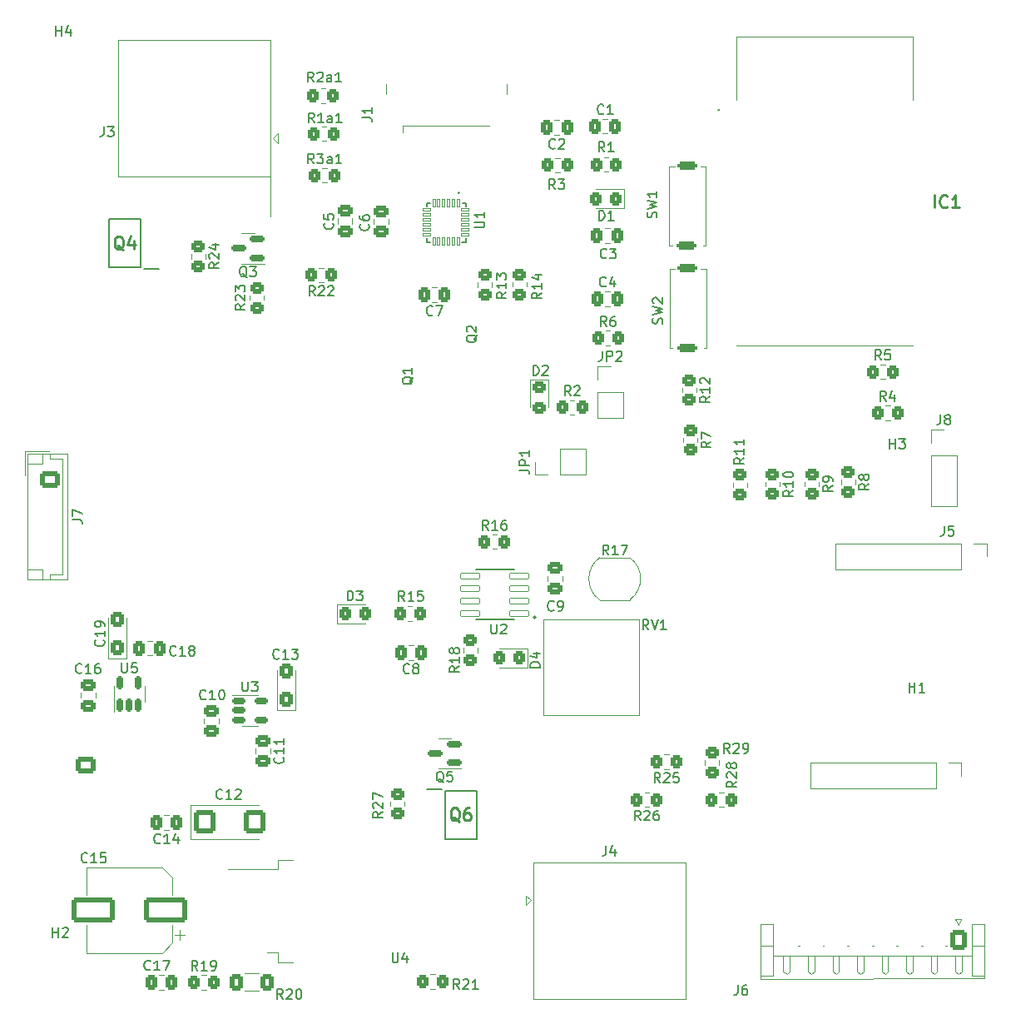
<source format=gto>
G04 #@! TF.GenerationSoftware,KiCad,Pcbnew,6.0.7*
G04 #@! TF.CreationDate,2022-10-22T12:42:31-05:00*
G04 #@! TF.ProjectId,EsquemaGeneral,45737175-656d-4614-9765-6e6572616c2e,rev?*
G04 #@! TF.SameCoordinates,Original*
G04 #@! TF.FileFunction,Legend,Top*
G04 #@! TF.FilePolarity,Positive*
%FSLAX46Y46*%
G04 Gerber Fmt 4.6, Leading zero omitted, Abs format (unit mm)*
G04 Created by KiCad (PCBNEW 6.0.7) date 2022-10-22 12:42:31*
%MOMM*%
%LPD*%
G01*
G04 APERTURE LIST*
G04 Aperture macros list*
%AMRoundRect*
0 Rectangle with rounded corners*
0 $1 Rounding radius*
0 $2 $3 $4 $5 $6 $7 $8 $9 X,Y pos of 4 corners*
0 Add a 4 corners polygon primitive as box body*
4,1,4,$2,$3,$4,$5,$6,$7,$8,$9,$2,$3,0*
0 Add four circle primitives for the rounded corners*
1,1,$1+$1,$2,$3*
1,1,$1+$1,$4,$5*
1,1,$1+$1,$6,$7*
1,1,$1+$1,$8,$9*
0 Add four rect primitives between the rounded corners*
20,1,$1+$1,$2,$3,$4,$5,0*
20,1,$1+$1,$4,$5,$6,$7,0*
20,1,$1+$1,$6,$7,$8,$9,0*
20,1,$1+$1,$8,$9,$2,$3,0*%
G04 Aperture macros list end*
%ADD10C,0.150000*%
%ADD11C,0.254000*%
%ADD12C,0.120000*%
%ADD13C,0.100000*%
%ADD14C,0.200000*%
%ADD15C,0.127000*%
%ADD16C,0.010000*%
%ADD17RoundRect,0.250000X0.350000X0.450000X-0.350000X0.450000X-0.350000X-0.450000X0.350000X-0.450000X0*%
%ADD18RoundRect,0.250000X0.337500X0.475000X-0.337500X0.475000X-0.337500X-0.475000X0.337500X-0.475000X0*%
%ADD19RoundRect,0.250000X0.475000X-0.337500X0.475000X0.337500X-0.475000X0.337500X-0.475000X-0.337500X0*%
%ADD20RoundRect,0.250000X-0.450000X0.350000X-0.450000X-0.350000X0.450000X-0.350000X0.450000X0.350000X0*%
%ADD21RoundRect,0.250000X-0.350000X-0.450000X0.350000X-0.450000X0.350000X0.450000X-0.350000X0.450000X0*%
%ADD22RoundRect,0.150000X-0.512500X-0.150000X0.512500X-0.150000X0.512500X0.150000X-0.512500X0.150000X0*%
%ADD23R,2.000000X0.900000*%
%ADD24R,1.330000X1.330000*%
%ADD25RoundRect,0.250000X1.950000X1.000000X-1.950000X1.000000X-1.950000X-1.000000X1.950000X-1.000000X0*%
%ADD26RoundRect,0.250000X-0.725000X0.600000X-0.725000X-0.600000X0.725000X-0.600000X0.725000X0.600000X0*%
%ADD27O,1.950000X1.700000*%
%ADD28R,1.700000X1.700000*%
%ADD29O,1.700000X1.700000*%
%ADD30C,2.200000*%
%ADD31RoundRect,0.250000X-0.337500X-0.475000X0.337500X-0.475000X0.337500X0.475000X-0.337500X0.475000X0*%
%ADD32R,1.400000X1.000000*%
%ADD33RoundRect,0.002600X-0.127400X0.402400X-0.127400X-0.402400X0.127400X-0.402400X0.127400X0.402400X0*%
%ADD34RoundRect,0.002600X-0.402400X-0.127400X0.402400X-0.127400X0.402400X0.127400X-0.402400X0.127400X0*%
%ADD35R,2.680000X2.680000*%
%ADD36RoundRect,0.250000X-0.875000X-0.925000X0.875000X-0.925000X0.875000X0.925000X-0.875000X0.925000X0*%
%ADD37RoundRect,0.250000X-0.450000X0.325000X-0.450000X-0.325000X0.450000X-0.325000X0.450000X0.325000X0*%
%ADD38RoundRect,0.250000X0.600000X0.725000X-0.600000X0.725000X-0.600000X-0.725000X0.600000X-0.725000X0*%
%ADD39O,1.700000X1.950000*%
%ADD40R,1.500000X0.650000*%
%ADD41RoundRect,0.250000X-0.475000X0.337500X-0.475000X-0.337500X0.475000X-0.337500X0.475000X0.337500X0*%
%ADD42RoundRect,0.200000X0.800000X-0.200000X0.800000X0.200000X-0.800000X0.200000X-0.800000X-0.200000X0*%
%ADD43RoundRect,0.250000X0.325000X0.450000X-0.325000X0.450000X-0.325000X-0.450000X0.325000X-0.450000X0*%
%ADD44C,1.440000*%
%ADD45RoundRect,0.250000X-0.325000X-0.450000X0.325000X-0.450000X0.325000X0.450000X-0.325000X0.450000X0*%
%ADD46RoundRect,0.250000X0.400000X0.625000X-0.400000X0.625000X-0.400000X-0.625000X0.400000X-0.625000X0*%
%ADD47C,3.200000*%
%ADD48R,1.500000X1.500000*%
%ADD49C,1.500000*%
%ADD50RoundRect,0.250000X0.425000X-0.537500X0.425000X0.537500X-0.425000X0.537500X-0.425000X-0.537500X0*%
%ADD51R,4.600000X1.100000*%
%ADD52R,9.400000X10.800000*%
%ADD53RoundRect,0.250000X0.450000X-0.350000X0.450000X0.350000X-0.450000X0.350000X-0.450000X-0.350000X0*%
%ADD54RoundRect,0.150000X0.150000X-0.512500X0.150000X0.512500X-0.150000X0.512500X-0.150000X-0.512500X0*%
%ADD55RoundRect,0.150000X0.587500X0.150000X-0.587500X0.150000X-0.587500X-0.150000X0.587500X-0.150000X0*%
%ADD56C,1.100000*%
%ADD57R,1.100000X2.500000*%
%ADD58O,1.900000X3.500000*%
%ADD59RoundRect,0.042000X0.943000X0.258000X-0.943000X0.258000X-0.943000X-0.258000X0.943000X-0.258000X0*%
%ADD60RoundRect,0.250000X-0.750000X0.600000X-0.750000X-0.600000X0.750000X-0.600000X0.750000X0.600000X0*%
%ADD61O,2.000000X1.700000*%
G04 APERTURE END LIST*
D10*
X140577142Y-122202380D02*
X140243809Y-121726190D01*
X140005714Y-122202380D02*
X140005714Y-121202380D01*
X140386666Y-121202380D01*
X140481904Y-121250000D01*
X140529523Y-121297619D01*
X140577142Y-121392857D01*
X140577142Y-121535714D01*
X140529523Y-121630952D01*
X140481904Y-121678571D01*
X140386666Y-121726190D01*
X140005714Y-121726190D01*
X140958095Y-121297619D02*
X141005714Y-121250000D01*
X141100952Y-121202380D01*
X141339047Y-121202380D01*
X141434285Y-121250000D01*
X141481904Y-121297619D01*
X141529523Y-121392857D01*
X141529523Y-121488095D01*
X141481904Y-121630952D01*
X140910476Y-122202380D01*
X141529523Y-122202380D01*
X142386666Y-121202380D02*
X142196190Y-121202380D01*
X142100952Y-121250000D01*
X142053333Y-121297619D01*
X141958095Y-121440476D01*
X141910476Y-121630952D01*
X141910476Y-122011904D01*
X141958095Y-122107142D01*
X142005714Y-122154761D01*
X142100952Y-122202380D01*
X142291428Y-122202380D01*
X142386666Y-122154761D01*
X142434285Y-122107142D01*
X142481904Y-122011904D01*
X142481904Y-121773809D01*
X142434285Y-121678571D01*
X142386666Y-121630952D01*
X142291428Y-121583333D01*
X142100952Y-121583333D01*
X142005714Y-121630952D01*
X141958095Y-121678571D01*
X141910476Y-121773809D01*
X119435833Y-70767142D02*
X119388214Y-70814761D01*
X119245357Y-70862380D01*
X119150119Y-70862380D01*
X119007261Y-70814761D01*
X118912023Y-70719523D01*
X118864404Y-70624285D01*
X118816785Y-70433809D01*
X118816785Y-70290952D01*
X118864404Y-70100476D01*
X118912023Y-70005238D01*
X119007261Y-69910000D01*
X119150119Y-69862380D01*
X119245357Y-69862380D01*
X119388214Y-69910000D01*
X119435833Y-69957619D01*
X119769166Y-69862380D02*
X120435833Y-69862380D01*
X120007261Y-70862380D01*
X83717142Y-107167142D02*
X83669523Y-107214761D01*
X83526666Y-107262380D01*
X83431428Y-107262380D01*
X83288571Y-107214761D01*
X83193333Y-107119523D01*
X83145714Y-107024285D01*
X83098095Y-106833809D01*
X83098095Y-106690952D01*
X83145714Y-106500476D01*
X83193333Y-106405238D01*
X83288571Y-106310000D01*
X83431428Y-106262380D01*
X83526666Y-106262380D01*
X83669523Y-106310000D01*
X83717142Y-106357619D01*
X84669523Y-107262380D02*
X84098095Y-107262380D01*
X84383809Y-107262380D02*
X84383809Y-106262380D01*
X84288571Y-106405238D01*
X84193333Y-106500476D01*
X84098095Y-106548095D01*
X85526666Y-106262380D02*
X85336190Y-106262380D01*
X85240952Y-106310000D01*
X85193333Y-106357619D01*
X85098095Y-106500476D01*
X85050476Y-106690952D01*
X85050476Y-107071904D01*
X85098095Y-107167142D01*
X85145714Y-107214761D01*
X85240952Y-107262380D01*
X85431428Y-107262380D01*
X85526666Y-107214761D01*
X85574285Y-107167142D01*
X85621904Y-107071904D01*
X85621904Y-106833809D01*
X85574285Y-106738571D01*
X85526666Y-106690952D01*
X85431428Y-106643333D01*
X85240952Y-106643333D01*
X85145714Y-106690952D01*
X85098095Y-106738571D01*
X85050476Y-106833809D01*
X122152380Y-106542857D02*
X121676190Y-106876190D01*
X122152380Y-107114285D02*
X121152380Y-107114285D01*
X121152380Y-106733333D01*
X121200000Y-106638095D01*
X121247619Y-106590476D01*
X121342857Y-106542857D01*
X121485714Y-106542857D01*
X121580952Y-106590476D01*
X121628571Y-106638095D01*
X121676190Y-106733333D01*
X121676190Y-107114285D01*
X122152380Y-105590476D02*
X122152380Y-106161904D01*
X122152380Y-105876190D02*
X121152380Y-105876190D01*
X121295238Y-105971428D01*
X121390476Y-106066666D01*
X121438095Y-106161904D01*
X121580952Y-105019047D02*
X121533333Y-105114285D01*
X121485714Y-105161904D01*
X121390476Y-105209523D01*
X121342857Y-105209523D01*
X121247619Y-105161904D01*
X121200000Y-105114285D01*
X121152380Y-105019047D01*
X121152380Y-104828571D01*
X121200000Y-104733333D01*
X121247619Y-104685714D01*
X121342857Y-104638095D01*
X121390476Y-104638095D01*
X121485714Y-104685714D01*
X121533333Y-104733333D01*
X121580952Y-104828571D01*
X121580952Y-105019047D01*
X121628571Y-105114285D01*
X121676190Y-105161904D01*
X121771428Y-105209523D01*
X121961904Y-105209523D01*
X122057142Y-105161904D01*
X122104761Y-105114285D01*
X122152380Y-105019047D01*
X122152380Y-104828571D01*
X122104761Y-104733333D01*
X122057142Y-104685714D01*
X121961904Y-104638095D01*
X121771428Y-104638095D01*
X121676190Y-104685714D01*
X121628571Y-104733333D01*
X121580952Y-104828571D01*
X122157142Y-139352380D02*
X121823809Y-138876190D01*
X121585714Y-139352380D02*
X121585714Y-138352380D01*
X121966666Y-138352380D01*
X122061904Y-138400000D01*
X122109523Y-138447619D01*
X122157142Y-138542857D01*
X122157142Y-138685714D01*
X122109523Y-138780952D01*
X122061904Y-138828571D01*
X121966666Y-138876190D01*
X121585714Y-138876190D01*
X122538095Y-138447619D02*
X122585714Y-138400000D01*
X122680952Y-138352380D01*
X122919047Y-138352380D01*
X123014285Y-138400000D01*
X123061904Y-138447619D01*
X123109523Y-138542857D01*
X123109523Y-138638095D01*
X123061904Y-138780952D01*
X122490476Y-139352380D01*
X123109523Y-139352380D01*
X124061904Y-139352380D02*
X123490476Y-139352380D01*
X123776190Y-139352380D02*
X123776190Y-138352380D01*
X123680952Y-138495238D01*
X123585714Y-138590476D01*
X123490476Y-138638095D01*
X91719642Y-124467142D02*
X91672023Y-124514761D01*
X91529166Y-124562380D01*
X91433928Y-124562380D01*
X91291071Y-124514761D01*
X91195833Y-124419523D01*
X91148214Y-124324285D01*
X91100595Y-124133809D01*
X91100595Y-123990952D01*
X91148214Y-123800476D01*
X91195833Y-123705238D01*
X91291071Y-123610000D01*
X91433928Y-123562380D01*
X91529166Y-123562380D01*
X91672023Y-123610000D01*
X91719642Y-123657619D01*
X92672023Y-124562380D02*
X92100595Y-124562380D01*
X92386309Y-124562380D02*
X92386309Y-123562380D01*
X92291071Y-123705238D01*
X92195833Y-123800476D01*
X92100595Y-123848095D01*
X93529166Y-123895714D02*
X93529166Y-124562380D01*
X93291071Y-123514761D02*
X93052976Y-124229047D01*
X93672023Y-124229047D01*
X100058095Y-108074880D02*
X100058095Y-108884404D01*
X100105714Y-108979642D01*
X100153333Y-109027261D01*
X100248571Y-109074880D01*
X100439047Y-109074880D01*
X100534285Y-109027261D01*
X100581904Y-108979642D01*
X100629523Y-108884404D01*
X100629523Y-108074880D01*
X101010476Y-108074880D02*
X101629523Y-108074880D01*
X101296190Y-108455833D01*
X101439047Y-108455833D01*
X101534285Y-108503452D01*
X101581904Y-108551071D01*
X101629523Y-108646309D01*
X101629523Y-108884404D01*
X101581904Y-108979642D01*
X101534285Y-109027261D01*
X101439047Y-109074880D01*
X101153333Y-109074880D01*
X101058095Y-109027261D01*
X101010476Y-108979642D01*
D11*
X170469838Y-59876523D02*
X170469838Y-58606523D01*
X171800314Y-59755571D02*
X171739838Y-59816047D01*
X171558409Y-59876523D01*
X171437457Y-59876523D01*
X171256028Y-59816047D01*
X171135076Y-59695095D01*
X171074600Y-59574142D01*
X171014123Y-59332238D01*
X171014123Y-59150809D01*
X171074600Y-58908904D01*
X171135076Y-58787952D01*
X171256028Y-58667000D01*
X171437457Y-58606523D01*
X171558409Y-58606523D01*
X171739838Y-58667000D01*
X171800314Y-58727476D01*
X173009838Y-59876523D02*
X172284123Y-59876523D01*
X172646980Y-59876523D02*
X172646980Y-58606523D01*
X172526028Y-58787952D01*
X172405076Y-58908904D01*
X172284123Y-58969380D01*
D10*
X84297142Y-126397142D02*
X84249523Y-126444761D01*
X84106666Y-126492380D01*
X84011428Y-126492380D01*
X83868571Y-126444761D01*
X83773333Y-126349523D01*
X83725714Y-126254285D01*
X83678095Y-126063809D01*
X83678095Y-125920952D01*
X83725714Y-125730476D01*
X83773333Y-125635238D01*
X83868571Y-125540000D01*
X84011428Y-125492380D01*
X84106666Y-125492380D01*
X84249523Y-125540000D01*
X84297142Y-125587619D01*
X85249523Y-126492380D02*
X84678095Y-126492380D01*
X84963809Y-126492380D02*
X84963809Y-125492380D01*
X84868571Y-125635238D01*
X84773333Y-125730476D01*
X84678095Y-125778095D01*
X86154285Y-125492380D02*
X85678095Y-125492380D01*
X85630476Y-125968571D01*
X85678095Y-125920952D01*
X85773333Y-125873333D01*
X86011428Y-125873333D01*
X86106666Y-125920952D01*
X86154285Y-125968571D01*
X86201904Y-126063809D01*
X86201904Y-126301904D01*
X86154285Y-126397142D01*
X86106666Y-126444761D01*
X86011428Y-126492380D01*
X85773333Y-126492380D01*
X85678095Y-126444761D01*
X85630476Y-126397142D01*
X82782380Y-91633333D02*
X83496666Y-91633333D01*
X83639523Y-91680952D01*
X83734761Y-91776190D01*
X83782380Y-91919047D01*
X83782380Y-92014285D01*
X82782380Y-91252380D02*
X82782380Y-90585714D01*
X83782380Y-91014285D01*
X117050833Y-107177142D02*
X117003214Y-107224761D01*
X116860357Y-107272380D01*
X116765119Y-107272380D01*
X116622261Y-107224761D01*
X116527023Y-107129523D01*
X116479404Y-107034285D01*
X116431785Y-106843809D01*
X116431785Y-106700952D01*
X116479404Y-106510476D01*
X116527023Y-106415238D01*
X116622261Y-106320000D01*
X116765119Y-106272380D01*
X116860357Y-106272380D01*
X117003214Y-106320000D01*
X117050833Y-106367619D01*
X117622261Y-106700952D02*
X117527023Y-106653333D01*
X117479404Y-106605714D01*
X117431785Y-106510476D01*
X117431785Y-106462857D01*
X117479404Y-106367619D01*
X117527023Y-106320000D01*
X117622261Y-106272380D01*
X117812738Y-106272380D01*
X117907976Y-106320000D01*
X117955595Y-106367619D01*
X118003214Y-106462857D01*
X118003214Y-106510476D01*
X117955595Y-106605714D01*
X117907976Y-106653333D01*
X117812738Y-106700952D01*
X117622261Y-106700952D01*
X117527023Y-106748571D01*
X117479404Y-106796190D01*
X117431785Y-106891428D01*
X117431785Y-107081904D01*
X117479404Y-107177142D01*
X117527023Y-107224761D01*
X117622261Y-107272380D01*
X117812738Y-107272380D01*
X117907976Y-107224761D01*
X117955595Y-107177142D01*
X118003214Y-107081904D01*
X118003214Y-106891428D01*
X117955595Y-106796190D01*
X117907976Y-106748571D01*
X117812738Y-106700952D01*
X136686666Y-74482380D02*
X136686666Y-75196666D01*
X136639047Y-75339523D01*
X136543809Y-75434761D01*
X136400952Y-75482380D01*
X136305714Y-75482380D01*
X137162857Y-75482380D02*
X137162857Y-74482380D01*
X137543809Y-74482380D01*
X137639047Y-74530000D01*
X137686666Y-74577619D01*
X137734285Y-74672857D01*
X137734285Y-74815714D01*
X137686666Y-74910952D01*
X137639047Y-74958571D01*
X137543809Y-75006190D01*
X137162857Y-75006190D01*
X138115238Y-74577619D02*
X138162857Y-74530000D01*
X138258095Y-74482380D01*
X138496190Y-74482380D01*
X138591428Y-74530000D01*
X138639047Y-74577619D01*
X138686666Y-74672857D01*
X138686666Y-74768095D01*
X138639047Y-74910952D01*
X138067619Y-75482380D01*
X138686666Y-75482380D01*
X81088095Y-42382380D02*
X81088095Y-41382380D01*
X81088095Y-41858571D02*
X81659523Y-41858571D01*
X81659523Y-42382380D02*
X81659523Y-41382380D01*
X82564285Y-41715714D02*
X82564285Y-42382380D01*
X82326190Y-41334761D02*
X82088095Y-42049047D01*
X82707142Y-42049047D01*
X136815833Y-50287142D02*
X136768214Y-50334761D01*
X136625357Y-50382380D01*
X136530119Y-50382380D01*
X136387261Y-50334761D01*
X136292023Y-50239523D01*
X136244404Y-50144285D01*
X136196785Y-49953809D01*
X136196785Y-49810952D01*
X136244404Y-49620476D01*
X136292023Y-49525238D01*
X136387261Y-49430000D01*
X136530119Y-49382380D01*
X136625357Y-49382380D01*
X136768214Y-49430000D01*
X136815833Y-49477619D01*
X137768214Y-50382380D02*
X137196785Y-50382380D01*
X137482500Y-50382380D02*
X137482500Y-49382380D01*
X137387261Y-49525238D01*
X137292023Y-49620476D01*
X137196785Y-49668095D01*
X117448088Y-77095319D02*
X117400429Y-77190639D01*
X117305109Y-77285959D01*
X117162129Y-77428939D01*
X117114469Y-77524258D01*
X117114469Y-77619578D01*
X117352769Y-77571918D02*
X117305109Y-77667238D01*
X117209789Y-77762558D01*
X117019149Y-77810218D01*
X116685530Y-77810218D01*
X116494890Y-77762558D01*
X116399571Y-77667238D01*
X116351911Y-77571918D01*
X116351911Y-77381279D01*
X116399571Y-77285959D01*
X116494890Y-77190639D01*
X116685530Y-77142979D01*
X117019149Y-77142979D01*
X117209789Y-77190639D01*
X117305109Y-77285959D01*
X117352769Y-77381279D01*
X117352769Y-77571918D01*
X117352769Y-76189781D02*
X117352769Y-76761700D01*
X117352769Y-76475741D02*
X116351911Y-76475741D01*
X116494890Y-76571060D01*
X116590210Y-76666380D01*
X116637870Y-76761700D01*
X116562142Y-99872380D02*
X116228809Y-99396190D01*
X115990714Y-99872380D02*
X115990714Y-98872380D01*
X116371666Y-98872380D01*
X116466904Y-98920000D01*
X116514523Y-98967619D01*
X116562142Y-99062857D01*
X116562142Y-99205714D01*
X116514523Y-99300952D01*
X116466904Y-99348571D01*
X116371666Y-99396190D01*
X115990714Y-99396190D01*
X117514523Y-99872380D02*
X116943095Y-99872380D01*
X117228809Y-99872380D02*
X117228809Y-98872380D01*
X117133571Y-99015238D01*
X117038333Y-99110476D01*
X116943095Y-99158095D01*
X118419285Y-98872380D02*
X117943095Y-98872380D01*
X117895476Y-99348571D01*
X117943095Y-99300952D01*
X118038333Y-99253333D01*
X118276428Y-99253333D01*
X118371666Y-99300952D01*
X118419285Y-99348571D01*
X118466904Y-99443809D01*
X118466904Y-99681904D01*
X118419285Y-99777142D01*
X118371666Y-99824761D01*
X118276428Y-99872380D01*
X118038333Y-99872380D01*
X117943095Y-99824761D01*
X117895476Y-99777142D01*
X171116666Y-80942380D02*
X171116666Y-81656666D01*
X171069047Y-81799523D01*
X170973809Y-81894761D01*
X170830952Y-81942380D01*
X170735714Y-81942380D01*
X171735714Y-81370952D02*
X171640476Y-81323333D01*
X171592857Y-81275714D01*
X171545238Y-81180476D01*
X171545238Y-81132857D01*
X171592857Y-81037619D01*
X171640476Y-80990000D01*
X171735714Y-80942380D01*
X171926190Y-80942380D01*
X172021428Y-80990000D01*
X172069047Y-81037619D01*
X172116666Y-81132857D01*
X172116666Y-81180476D01*
X172069047Y-81275714D01*
X172021428Y-81323333D01*
X171926190Y-81370952D01*
X171735714Y-81370952D01*
X171640476Y-81418571D01*
X171592857Y-81466190D01*
X171545238Y-81561428D01*
X171545238Y-81751904D01*
X171592857Y-81847142D01*
X171640476Y-81894761D01*
X171735714Y-81942380D01*
X171926190Y-81942380D01*
X172021428Y-81894761D01*
X172069047Y-81847142D01*
X172116666Y-81751904D01*
X172116666Y-81561428D01*
X172069047Y-81466190D01*
X172021428Y-81418571D01*
X171926190Y-81370952D01*
X150352380Y-118242857D02*
X149876190Y-118576190D01*
X150352380Y-118814285D02*
X149352380Y-118814285D01*
X149352380Y-118433333D01*
X149400000Y-118338095D01*
X149447619Y-118290476D01*
X149542857Y-118242857D01*
X149685714Y-118242857D01*
X149780952Y-118290476D01*
X149828571Y-118338095D01*
X149876190Y-118433333D01*
X149876190Y-118814285D01*
X149447619Y-117861904D02*
X149400000Y-117814285D01*
X149352380Y-117719047D01*
X149352380Y-117480952D01*
X149400000Y-117385714D01*
X149447619Y-117338095D01*
X149542857Y-117290476D01*
X149638095Y-117290476D01*
X149780952Y-117338095D01*
X150352380Y-117909523D01*
X150352380Y-117290476D01*
X149780952Y-116719047D02*
X149733333Y-116814285D01*
X149685714Y-116861904D01*
X149590476Y-116909523D01*
X149542857Y-116909523D01*
X149447619Y-116861904D01*
X149400000Y-116814285D01*
X149352380Y-116719047D01*
X149352380Y-116528571D01*
X149400000Y-116433333D01*
X149447619Y-116385714D01*
X149542857Y-116338095D01*
X149590476Y-116338095D01*
X149685714Y-116385714D01*
X149733333Y-116433333D01*
X149780952Y-116528571D01*
X149780952Y-116719047D01*
X149828571Y-116814285D01*
X149876190Y-116861904D01*
X149971428Y-116909523D01*
X150161904Y-116909523D01*
X150257142Y-116861904D01*
X150304761Y-116814285D01*
X150352380Y-116719047D01*
X150352380Y-116528571D01*
X150304761Y-116433333D01*
X150257142Y-116385714D01*
X150161904Y-116338095D01*
X149971428Y-116338095D01*
X149876190Y-116385714D01*
X149828571Y-116433333D01*
X149780952Y-116528571D01*
X133473333Y-79002380D02*
X133140000Y-78526190D01*
X132901904Y-79002380D02*
X132901904Y-78002380D01*
X133282857Y-78002380D01*
X133378095Y-78050000D01*
X133425714Y-78097619D01*
X133473333Y-78192857D01*
X133473333Y-78335714D01*
X133425714Y-78430952D01*
X133378095Y-78478571D01*
X133282857Y-78526190D01*
X132901904Y-78526190D01*
X133854285Y-78097619D02*
X133901904Y-78050000D01*
X133997142Y-78002380D01*
X134235238Y-78002380D01*
X134330476Y-78050000D01*
X134378095Y-78097619D01*
X134425714Y-78192857D01*
X134425714Y-78288095D01*
X134378095Y-78430952D01*
X133806666Y-79002380D01*
X134425714Y-79002380D01*
X123704381Y-61903426D02*
X124514746Y-61903426D01*
X124610083Y-61855757D01*
X124657752Y-61808089D01*
X124705420Y-61712752D01*
X124705420Y-61522078D01*
X124657752Y-61426741D01*
X124610083Y-61379072D01*
X124514746Y-61331404D01*
X123704381Y-61331404D01*
X124705420Y-60330365D02*
X124705420Y-60902387D01*
X124705420Y-60616376D02*
X123704381Y-60616376D01*
X123847387Y-60711713D01*
X123942724Y-60807050D01*
X123990393Y-60902387D01*
X98027142Y-119937142D02*
X97979523Y-119984761D01*
X97836666Y-120032380D01*
X97741428Y-120032380D01*
X97598571Y-119984761D01*
X97503333Y-119889523D01*
X97455714Y-119794285D01*
X97408095Y-119603809D01*
X97408095Y-119460952D01*
X97455714Y-119270476D01*
X97503333Y-119175238D01*
X97598571Y-119080000D01*
X97741428Y-119032380D01*
X97836666Y-119032380D01*
X97979523Y-119080000D01*
X98027142Y-119127619D01*
X98979523Y-120032380D02*
X98408095Y-120032380D01*
X98693809Y-120032380D02*
X98693809Y-119032380D01*
X98598571Y-119175238D01*
X98503333Y-119270476D01*
X98408095Y-119318095D01*
X99360476Y-119127619D02*
X99408095Y-119080000D01*
X99503333Y-119032380D01*
X99741428Y-119032380D01*
X99836666Y-119080000D01*
X99884285Y-119127619D01*
X99931904Y-119222857D01*
X99931904Y-119318095D01*
X99884285Y-119460952D01*
X99312857Y-120032380D01*
X99931904Y-120032380D01*
X131758333Y-100787142D02*
X131710714Y-100834761D01*
X131567857Y-100882380D01*
X131472619Y-100882380D01*
X131329761Y-100834761D01*
X131234523Y-100739523D01*
X131186904Y-100644285D01*
X131139285Y-100453809D01*
X131139285Y-100310952D01*
X131186904Y-100120476D01*
X131234523Y-100025238D01*
X131329761Y-99930000D01*
X131472619Y-99882380D01*
X131567857Y-99882380D01*
X131710714Y-99930000D01*
X131758333Y-99977619D01*
X132234523Y-100882380D02*
X132425000Y-100882380D01*
X132520238Y-100834761D01*
X132567857Y-100787142D01*
X132663095Y-100644285D01*
X132710714Y-100453809D01*
X132710714Y-100072857D01*
X132663095Y-99977619D01*
X132615476Y-99930000D01*
X132520238Y-99882380D01*
X132329761Y-99882380D01*
X132234523Y-99930000D01*
X132186904Y-99977619D01*
X132139285Y-100072857D01*
X132139285Y-100310952D01*
X132186904Y-100406190D01*
X132234523Y-100453809D01*
X132329761Y-100501428D01*
X132520238Y-100501428D01*
X132615476Y-100453809D01*
X132663095Y-100406190D01*
X132710714Y-100310952D01*
X90717142Y-137337142D02*
X90669523Y-137384761D01*
X90526666Y-137432380D01*
X90431428Y-137432380D01*
X90288571Y-137384761D01*
X90193333Y-137289523D01*
X90145714Y-137194285D01*
X90098095Y-137003809D01*
X90098095Y-136860952D01*
X90145714Y-136670476D01*
X90193333Y-136575238D01*
X90288571Y-136480000D01*
X90431428Y-136432380D01*
X90526666Y-136432380D01*
X90669523Y-136480000D01*
X90717142Y-136527619D01*
X91669523Y-137432380D02*
X91098095Y-137432380D01*
X91383809Y-137432380D02*
X91383809Y-136432380D01*
X91288571Y-136575238D01*
X91193333Y-136670476D01*
X91098095Y-136718095D01*
X92002857Y-136432380D02*
X92669523Y-136432380D01*
X92240952Y-137432380D01*
X129661904Y-76924880D02*
X129661904Y-75924880D01*
X129900000Y-75924880D01*
X130042857Y-75972500D01*
X130138095Y-76067738D01*
X130185714Y-76162976D01*
X130233333Y-76353452D01*
X130233333Y-76496309D01*
X130185714Y-76686785D01*
X130138095Y-76782023D01*
X130042857Y-76877261D01*
X129900000Y-76924880D01*
X129661904Y-76924880D01*
X130614285Y-76020119D02*
X130661904Y-75972500D01*
X130757142Y-75924880D01*
X130995238Y-75924880D01*
X131090476Y-75972500D01*
X131138095Y-76020119D01*
X131185714Y-76115357D01*
X131185714Y-76210595D01*
X131138095Y-76353452D01*
X130566666Y-76924880D01*
X131185714Y-76924880D01*
X131883333Y-58002380D02*
X131550000Y-57526190D01*
X131311904Y-58002380D02*
X131311904Y-57002380D01*
X131692857Y-57002380D01*
X131788095Y-57050000D01*
X131835714Y-57097619D01*
X131883333Y-57192857D01*
X131883333Y-57335714D01*
X131835714Y-57430952D01*
X131788095Y-57478571D01*
X131692857Y-57526190D01*
X131311904Y-57526190D01*
X132216666Y-57002380D02*
X132835714Y-57002380D01*
X132502380Y-57383333D01*
X132645238Y-57383333D01*
X132740476Y-57430952D01*
X132788095Y-57478571D01*
X132835714Y-57573809D01*
X132835714Y-57811904D01*
X132788095Y-57907142D01*
X132740476Y-57954761D01*
X132645238Y-58002380D01*
X132359523Y-58002380D01*
X132264285Y-57954761D01*
X132216666Y-57907142D01*
X150466666Y-138952380D02*
X150466666Y-139666666D01*
X150419047Y-139809523D01*
X150323809Y-139904761D01*
X150180952Y-139952380D01*
X150085714Y-139952380D01*
X151371428Y-138952380D02*
X151180952Y-138952380D01*
X151085714Y-139000000D01*
X151038095Y-139047619D01*
X150942857Y-139190476D01*
X150895238Y-139380952D01*
X150895238Y-139761904D01*
X150942857Y-139857142D01*
X150990476Y-139904761D01*
X151085714Y-139952380D01*
X151276190Y-139952380D01*
X151371428Y-139904761D01*
X151419047Y-139857142D01*
X151466666Y-139761904D01*
X151466666Y-139523809D01*
X151419047Y-139428571D01*
X151371428Y-139380952D01*
X151276190Y-139333333D01*
X151085714Y-139333333D01*
X150990476Y-139380952D01*
X150942857Y-139428571D01*
X150895238Y-139523809D01*
X130522380Y-68542857D02*
X130046190Y-68876190D01*
X130522380Y-69114285D02*
X129522380Y-69114285D01*
X129522380Y-68733333D01*
X129570000Y-68638095D01*
X129617619Y-68590476D01*
X129712857Y-68542857D01*
X129855714Y-68542857D01*
X129950952Y-68590476D01*
X129998571Y-68638095D01*
X130046190Y-68733333D01*
X130046190Y-69114285D01*
X130522380Y-67590476D02*
X130522380Y-68161904D01*
X130522380Y-67876190D02*
X129522380Y-67876190D01*
X129665238Y-67971428D01*
X129760476Y-68066666D01*
X129808095Y-68161904D01*
X129855714Y-66733333D02*
X130522380Y-66733333D01*
X129474761Y-66971428D02*
X130189047Y-67209523D01*
X130189047Y-66590476D01*
D11*
X122169047Y-122325476D02*
X122048095Y-122265000D01*
X121927142Y-122144047D01*
X121745714Y-121962619D01*
X121624761Y-121902142D01*
X121503809Y-121902142D01*
X121564285Y-122204523D02*
X121443333Y-122144047D01*
X121322380Y-122023095D01*
X121261904Y-121781190D01*
X121261904Y-121357857D01*
X121322380Y-121115952D01*
X121443333Y-120995000D01*
X121564285Y-120934523D01*
X121806190Y-120934523D01*
X121927142Y-120995000D01*
X122048095Y-121115952D01*
X122108571Y-121357857D01*
X122108571Y-121781190D01*
X122048095Y-122023095D01*
X121927142Y-122144047D01*
X121806190Y-122204523D01*
X121564285Y-122204523D01*
X123197142Y-120934523D02*
X122955238Y-120934523D01*
X122834285Y-120995000D01*
X122773809Y-121055476D01*
X122652857Y-121236904D01*
X122592380Y-121478809D01*
X122592380Y-121962619D01*
X122652857Y-122083571D01*
X122713333Y-122144047D01*
X122834285Y-122204523D01*
X123076190Y-122204523D01*
X123197142Y-122144047D01*
X123257619Y-122083571D01*
X123318095Y-121962619D01*
X123318095Y-121660238D01*
X123257619Y-121539285D01*
X123197142Y-121478809D01*
X123076190Y-121418333D01*
X122834285Y-121418333D01*
X122713333Y-121478809D01*
X122652857Y-121539285D01*
X122592380Y-121660238D01*
D10*
X104197142Y-115782857D02*
X104244761Y-115830476D01*
X104292380Y-115973333D01*
X104292380Y-116068571D01*
X104244761Y-116211428D01*
X104149523Y-116306666D01*
X104054285Y-116354285D01*
X103863809Y-116401904D01*
X103720952Y-116401904D01*
X103530476Y-116354285D01*
X103435238Y-116306666D01*
X103340000Y-116211428D01*
X103292380Y-116068571D01*
X103292380Y-115973333D01*
X103340000Y-115830476D01*
X103387619Y-115782857D01*
X104292380Y-114830476D02*
X104292380Y-115401904D01*
X104292380Y-115116190D02*
X103292380Y-115116190D01*
X103435238Y-115211428D01*
X103530476Y-115306666D01*
X103578095Y-115401904D01*
X104292380Y-113878095D02*
X104292380Y-114449523D01*
X104292380Y-114163809D02*
X103292380Y-114163809D01*
X103435238Y-114259047D01*
X103530476Y-114354285D01*
X103578095Y-114449523D01*
X160122380Y-88166666D02*
X159646190Y-88500000D01*
X160122380Y-88738095D02*
X159122380Y-88738095D01*
X159122380Y-88357142D01*
X159170000Y-88261904D01*
X159217619Y-88214285D01*
X159312857Y-88166666D01*
X159455714Y-88166666D01*
X159550952Y-88214285D01*
X159598571Y-88261904D01*
X159646190Y-88357142D01*
X159646190Y-88738095D01*
X160122380Y-87690476D02*
X160122380Y-87500000D01*
X160074761Y-87404761D01*
X160027142Y-87357142D01*
X159884285Y-87261904D01*
X159693809Y-87214285D01*
X159312857Y-87214285D01*
X159217619Y-87261904D01*
X159170000Y-87309523D01*
X159122380Y-87404761D01*
X159122380Y-87595238D01*
X159170000Y-87690476D01*
X159217619Y-87738095D01*
X159312857Y-87785714D01*
X159550952Y-87785714D01*
X159646190Y-87738095D01*
X159693809Y-87690476D01*
X159741428Y-87595238D01*
X159741428Y-87404761D01*
X159693809Y-87309523D01*
X159646190Y-87261904D01*
X159550952Y-87214285D01*
X151113080Y-85352057D02*
X150636890Y-85685390D01*
X151113080Y-85923485D02*
X150113080Y-85923485D01*
X150113080Y-85542533D01*
X150160700Y-85447295D01*
X150208319Y-85399676D01*
X150303557Y-85352057D01*
X150446414Y-85352057D01*
X150541652Y-85399676D01*
X150589271Y-85447295D01*
X150636890Y-85542533D01*
X150636890Y-85923485D01*
X151113080Y-84399676D02*
X151113080Y-84971104D01*
X151113080Y-84685390D02*
X150113080Y-84685390D01*
X150255938Y-84780628D01*
X150351176Y-84875866D01*
X150398795Y-84971104D01*
X151113080Y-83447295D02*
X151113080Y-84018723D01*
X151113080Y-83733009D02*
X150113080Y-83733009D01*
X150255938Y-83828247D01*
X150351176Y-83923485D01*
X150398795Y-84018723D01*
X125082142Y-92662380D02*
X124748809Y-92186190D01*
X124510714Y-92662380D02*
X124510714Y-91662380D01*
X124891666Y-91662380D01*
X124986904Y-91710000D01*
X125034523Y-91757619D01*
X125082142Y-91852857D01*
X125082142Y-91995714D01*
X125034523Y-92090952D01*
X124986904Y-92138571D01*
X124891666Y-92186190D01*
X124510714Y-92186190D01*
X126034523Y-92662380D02*
X125463095Y-92662380D01*
X125748809Y-92662380D02*
X125748809Y-91662380D01*
X125653571Y-91805238D01*
X125558333Y-91900476D01*
X125463095Y-91948095D01*
X126891666Y-91662380D02*
X126701190Y-91662380D01*
X126605952Y-91710000D01*
X126558333Y-91757619D01*
X126463095Y-91900476D01*
X126415476Y-92090952D01*
X126415476Y-92471904D01*
X126463095Y-92567142D01*
X126510714Y-92614761D01*
X126605952Y-92662380D01*
X126796428Y-92662380D01*
X126891666Y-92614761D01*
X126939285Y-92567142D01*
X126986904Y-92471904D01*
X126986904Y-92233809D01*
X126939285Y-92138571D01*
X126891666Y-92090952D01*
X126796428Y-92043333D01*
X126605952Y-92043333D01*
X126510714Y-92090952D01*
X126463095Y-92138571D01*
X126415476Y-92233809D01*
X107457142Y-68842380D02*
X107123809Y-68366190D01*
X106885714Y-68842380D02*
X106885714Y-67842380D01*
X107266666Y-67842380D01*
X107361904Y-67890000D01*
X107409523Y-67937619D01*
X107457142Y-68032857D01*
X107457142Y-68175714D01*
X107409523Y-68270952D01*
X107361904Y-68318571D01*
X107266666Y-68366190D01*
X106885714Y-68366190D01*
X107838095Y-67937619D02*
X107885714Y-67890000D01*
X107980952Y-67842380D01*
X108219047Y-67842380D01*
X108314285Y-67890000D01*
X108361904Y-67937619D01*
X108409523Y-68032857D01*
X108409523Y-68128095D01*
X108361904Y-68270952D01*
X107790476Y-68842380D01*
X108409523Y-68842380D01*
X108790476Y-67937619D02*
X108838095Y-67890000D01*
X108933333Y-67842380D01*
X109171428Y-67842380D01*
X109266666Y-67890000D01*
X109314285Y-67937619D01*
X109361904Y-68032857D01*
X109361904Y-68128095D01*
X109314285Y-68270952D01*
X108742857Y-68842380D01*
X109361904Y-68842380D01*
X142774761Y-71693333D02*
X142822380Y-71550476D01*
X142822380Y-71312380D01*
X142774761Y-71217142D01*
X142727142Y-71169523D01*
X142631904Y-71121904D01*
X142536666Y-71121904D01*
X142441428Y-71169523D01*
X142393809Y-71217142D01*
X142346190Y-71312380D01*
X142298571Y-71502857D01*
X142250952Y-71598095D01*
X142203333Y-71645714D01*
X142108095Y-71693333D01*
X142012857Y-71693333D01*
X141917619Y-71645714D01*
X141870000Y-71598095D01*
X141822380Y-71502857D01*
X141822380Y-71264761D01*
X141870000Y-71121904D01*
X141822380Y-70788571D02*
X142822380Y-70550476D01*
X142108095Y-70360000D01*
X142822380Y-70169523D01*
X141822380Y-69931428D01*
X141917619Y-69598095D02*
X141870000Y-69550476D01*
X141822380Y-69455238D01*
X141822380Y-69217142D01*
X141870000Y-69121904D01*
X141917619Y-69074285D01*
X142012857Y-69026666D01*
X142108095Y-69026666D01*
X142250952Y-69074285D01*
X142822380Y-69645714D01*
X142822380Y-69026666D01*
X136351904Y-61162380D02*
X136351904Y-60162380D01*
X136590000Y-60162380D01*
X136732857Y-60210000D01*
X136828095Y-60305238D01*
X136875714Y-60400476D01*
X136923333Y-60590952D01*
X136923333Y-60733809D01*
X136875714Y-60924285D01*
X136828095Y-61019523D01*
X136732857Y-61114761D01*
X136590000Y-61162380D01*
X136351904Y-61162380D01*
X137875714Y-61162380D02*
X137304285Y-61162380D01*
X137590000Y-61162380D02*
X137590000Y-60162380D01*
X137494761Y-60305238D01*
X137399523Y-60400476D01*
X137304285Y-60448095D01*
X165070333Y-75363380D02*
X164737000Y-74887190D01*
X164498904Y-75363380D02*
X164498904Y-74363380D01*
X164879857Y-74363380D01*
X164975095Y-74411000D01*
X165022714Y-74458619D01*
X165070333Y-74553857D01*
X165070333Y-74696714D01*
X165022714Y-74791952D01*
X164975095Y-74839571D01*
X164879857Y-74887190D01*
X164498904Y-74887190D01*
X165975095Y-74363380D02*
X165498904Y-74363380D01*
X165451285Y-74839571D01*
X165498904Y-74791952D01*
X165594142Y-74744333D01*
X165832238Y-74744333D01*
X165927476Y-74791952D01*
X165975095Y-74839571D01*
X166022714Y-74934809D01*
X166022714Y-75172904D01*
X165975095Y-75268142D01*
X165927476Y-75315761D01*
X165832238Y-75363380D01*
X165594142Y-75363380D01*
X165498904Y-75315761D01*
X165451285Y-75268142D01*
X107314761Y-47092380D02*
X106981428Y-46616190D01*
X106743333Y-47092380D02*
X106743333Y-46092380D01*
X107124285Y-46092380D01*
X107219523Y-46140000D01*
X107267142Y-46187619D01*
X107314761Y-46282857D01*
X107314761Y-46425714D01*
X107267142Y-46520952D01*
X107219523Y-46568571D01*
X107124285Y-46616190D01*
X106743333Y-46616190D01*
X107695714Y-46187619D02*
X107743333Y-46140000D01*
X107838571Y-46092380D01*
X108076666Y-46092380D01*
X108171904Y-46140000D01*
X108219523Y-46187619D01*
X108267142Y-46282857D01*
X108267142Y-46378095D01*
X108219523Y-46520952D01*
X107648095Y-47092380D01*
X108267142Y-47092380D01*
X109124285Y-47092380D02*
X109124285Y-46568571D01*
X109076666Y-46473333D01*
X108981428Y-46425714D01*
X108790952Y-46425714D01*
X108695714Y-46473333D01*
X109124285Y-47044761D02*
X109029047Y-47092380D01*
X108790952Y-47092380D01*
X108695714Y-47044761D01*
X108648095Y-46949523D01*
X108648095Y-46854285D01*
X108695714Y-46759047D01*
X108790952Y-46711428D01*
X109029047Y-46711428D01*
X109124285Y-46663809D01*
X110124285Y-47092380D02*
X109552857Y-47092380D01*
X109838571Y-47092380D02*
X109838571Y-46092380D01*
X109743333Y-46235238D01*
X109648095Y-46330476D01*
X109552857Y-46378095D01*
X107384761Y-51242380D02*
X107051428Y-50766190D01*
X106813333Y-51242380D02*
X106813333Y-50242380D01*
X107194285Y-50242380D01*
X107289523Y-50290000D01*
X107337142Y-50337619D01*
X107384761Y-50432857D01*
X107384761Y-50575714D01*
X107337142Y-50670952D01*
X107289523Y-50718571D01*
X107194285Y-50766190D01*
X106813333Y-50766190D01*
X108337142Y-51242380D02*
X107765714Y-51242380D01*
X108051428Y-51242380D02*
X108051428Y-50242380D01*
X107956190Y-50385238D01*
X107860952Y-50480476D01*
X107765714Y-50528095D01*
X109194285Y-51242380D02*
X109194285Y-50718571D01*
X109146666Y-50623333D01*
X109051428Y-50575714D01*
X108860952Y-50575714D01*
X108765714Y-50623333D01*
X109194285Y-51194761D02*
X109099047Y-51242380D01*
X108860952Y-51242380D01*
X108765714Y-51194761D01*
X108718095Y-51099523D01*
X108718095Y-51004285D01*
X108765714Y-50909047D01*
X108860952Y-50861428D01*
X109099047Y-50861428D01*
X109194285Y-50813809D01*
X110194285Y-51242380D02*
X109622857Y-51242380D01*
X109908571Y-51242380D02*
X109908571Y-50242380D01*
X109813333Y-50385238D01*
X109718095Y-50480476D01*
X109622857Y-50528095D01*
X142194761Y-60893333D02*
X142242380Y-60750476D01*
X142242380Y-60512380D01*
X142194761Y-60417142D01*
X142147142Y-60369523D01*
X142051904Y-60321904D01*
X141956666Y-60321904D01*
X141861428Y-60369523D01*
X141813809Y-60417142D01*
X141766190Y-60512380D01*
X141718571Y-60702857D01*
X141670952Y-60798095D01*
X141623333Y-60845714D01*
X141528095Y-60893333D01*
X141432857Y-60893333D01*
X141337619Y-60845714D01*
X141290000Y-60798095D01*
X141242380Y-60702857D01*
X141242380Y-60464761D01*
X141290000Y-60321904D01*
X141242380Y-59988571D02*
X142242380Y-59750476D01*
X141528095Y-59560000D01*
X142242380Y-59369523D01*
X141242380Y-59131428D01*
X142242380Y-58226666D02*
X142242380Y-58798095D01*
X142242380Y-58512380D02*
X141242380Y-58512380D01*
X141385238Y-58607619D01*
X141480476Y-58702857D01*
X141528095Y-58798095D01*
X136903333Y-54202380D02*
X136570000Y-53726190D01*
X136331904Y-54202380D02*
X136331904Y-53202380D01*
X136712857Y-53202380D01*
X136808095Y-53250000D01*
X136855714Y-53297619D01*
X136903333Y-53392857D01*
X136903333Y-53535714D01*
X136855714Y-53630952D01*
X136808095Y-53678571D01*
X136712857Y-53726190D01*
X136331904Y-53726190D01*
X137855714Y-54202380D02*
X137284285Y-54202380D01*
X137570000Y-54202380D02*
X137570000Y-53202380D01*
X137474761Y-53345238D01*
X137379523Y-53440476D01*
X137284285Y-53488095D01*
X163822380Y-87966666D02*
X163346190Y-88300000D01*
X163822380Y-88538095D02*
X162822380Y-88538095D01*
X162822380Y-88157142D01*
X162870000Y-88061904D01*
X162917619Y-88014285D01*
X163012857Y-87966666D01*
X163155714Y-87966666D01*
X163250952Y-88014285D01*
X163298571Y-88061904D01*
X163346190Y-88157142D01*
X163346190Y-88538095D01*
X163250952Y-87395238D02*
X163203333Y-87490476D01*
X163155714Y-87538095D01*
X163060476Y-87585714D01*
X163012857Y-87585714D01*
X162917619Y-87538095D01*
X162870000Y-87490476D01*
X162822380Y-87395238D01*
X162822380Y-87204761D01*
X162870000Y-87109523D01*
X162917619Y-87061904D01*
X163012857Y-87014285D01*
X163060476Y-87014285D01*
X163155714Y-87061904D01*
X163203333Y-87109523D01*
X163250952Y-87204761D01*
X163250952Y-87395238D01*
X163298571Y-87490476D01*
X163346190Y-87538095D01*
X163441428Y-87585714D01*
X163631904Y-87585714D01*
X163727142Y-87538095D01*
X163774761Y-87490476D01*
X163822380Y-87395238D01*
X163822380Y-87204761D01*
X163774761Y-87109523D01*
X163727142Y-87061904D01*
X163631904Y-87014285D01*
X163441428Y-87014285D01*
X163346190Y-87061904D01*
X163298571Y-87109523D01*
X163250952Y-87204761D01*
X141399761Y-102792380D02*
X141066428Y-102316190D01*
X140828333Y-102792380D02*
X140828333Y-101792380D01*
X141209285Y-101792380D01*
X141304523Y-101840000D01*
X141352142Y-101887619D01*
X141399761Y-101982857D01*
X141399761Y-102125714D01*
X141352142Y-102220952D01*
X141304523Y-102268571D01*
X141209285Y-102316190D01*
X140828333Y-102316190D01*
X141685476Y-101792380D02*
X142018809Y-102792380D01*
X142352142Y-101792380D01*
X143209285Y-102792380D02*
X142637857Y-102792380D01*
X142923571Y-102792380D02*
X142923571Y-101792380D01*
X142828333Y-101935238D01*
X142733095Y-102030476D01*
X142637857Y-102078095D01*
X80778095Y-134082380D02*
X80778095Y-133082380D01*
X80778095Y-133558571D02*
X81349523Y-133558571D01*
X81349523Y-134082380D02*
X81349523Y-133082380D01*
X81778095Y-133177619D02*
X81825714Y-133130000D01*
X81920952Y-133082380D01*
X82159047Y-133082380D01*
X82254285Y-133130000D01*
X82301904Y-133177619D01*
X82349523Y-133272857D01*
X82349523Y-133368095D01*
X82301904Y-133510952D01*
X81730476Y-134082380D01*
X82349523Y-134082380D01*
X126922380Y-68482857D02*
X126446190Y-68816190D01*
X126922380Y-69054285D02*
X125922380Y-69054285D01*
X125922380Y-68673333D01*
X125970000Y-68578095D01*
X126017619Y-68530476D01*
X126112857Y-68482857D01*
X126255714Y-68482857D01*
X126350952Y-68530476D01*
X126398571Y-68578095D01*
X126446190Y-68673333D01*
X126446190Y-69054285D01*
X126922380Y-67530476D02*
X126922380Y-68101904D01*
X126922380Y-67816190D02*
X125922380Y-67816190D01*
X126065238Y-67911428D01*
X126160476Y-68006666D01*
X126208095Y-68101904D01*
X125922380Y-67197142D02*
X125922380Y-66578095D01*
X126303333Y-66911428D01*
X126303333Y-66768571D01*
X126350952Y-66673333D01*
X126398571Y-66625714D01*
X126493809Y-66578095D01*
X126731904Y-66578095D01*
X126827142Y-66625714D01*
X126874761Y-66673333D01*
X126922380Y-66768571D01*
X126922380Y-67054285D01*
X126874761Y-67149523D01*
X126827142Y-67197142D01*
X110776904Y-99852380D02*
X110776904Y-98852380D01*
X111015000Y-98852380D01*
X111157857Y-98900000D01*
X111253095Y-98995238D01*
X111300714Y-99090476D01*
X111348333Y-99280952D01*
X111348333Y-99423809D01*
X111300714Y-99614285D01*
X111253095Y-99709523D01*
X111157857Y-99804761D01*
X111015000Y-99852380D01*
X110776904Y-99852380D01*
X111681666Y-98852380D02*
X112300714Y-98852380D01*
X111967380Y-99233333D01*
X112110238Y-99233333D01*
X112205476Y-99280952D01*
X112253095Y-99328571D01*
X112300714Y-99423809D01*
X112300714Y-99661904D01*
X112253095Y-99757142D01*
X112205476Y-99804761D01*
X112110238Y-99852380D01*
X111824523Y-99852380D01*
X111729285Y-99804761D01*
X111681666Y-99757142D01*
X97682380Y-65472857D02*
X97206190Y-65806190D01*
X97682380Y-66044285D02*
X96682380Y-66044285D01*
X96682380Y-65663333D01*
X96730000Y-65568095D01*
X96777619Y-65520476D01*
X96872857Y-65472857D01*
X97015714Y-65472857D01*
X97110952Y-65520476D01*
X97158571Y-65568095D01*
X97206190Y-65663333D01*
X97206190Y-66044285D01*
X96777619Y-65091904D02*
X96730000Y-65044285D01*
X96682380Y-64949047D01*
X96682380Y-64710952D01*
X96730000Y-64615714D01*
X96777619Y-64568095D01*
X96872857Y-64520476D01*
X96968095Y-64520476D01*
X97110952Y-64568095D01*
X97682380Y-65139523D01*
X97682380Y-64520476D01*
X97015714Y-63663333D02*
X97682380Y-63663333D01*
X96634761Y-63901428D02*
X97349047Y-64139523D01*
X97349047Y-63520476D01*
X104187142Y-140352380D02*
X103853809Y-139876190D01*
X103615714Y-140352380D02*
X103615714Y-139352380D01*
X103996666Y-139352380D01*
X104091904Y-139400000D01*
X104139523Y-139447619D01*
X104187142Y-139542857D01*
X104187142Y-139685714D01*
X104139523Y-139780952D01*
X104091904Y-139828571D01*
X103996666Y-139876190D01*
X103615714Y-139876190D01*
X104568095Y-139447619D02*
X104615714Y-139400000D01*
X104710952Y-139352380D01*
X104949047Y-139352380D01*
X105044285Y-139400000D01*
X105091904Y-139447619D01*
X105139523Y-139542857D01*
X105139523Y-139638095D01*
X105091904Y-139780952D01*
X104520476Y-140352380D01*
X105139523Y-140352380D01*
X105758571Y-139352380D02*
X105853809Y-139352380D01*
X105949047Y-139400000D01*
X105996666Y-139447619D01*
X106044285Y-139542857D01*
X106091904Y-139733333D01*
X106091904Y-139971428D01*
X106044285Y-140161904D01*
X105996666Y-140257142D01*
X105949047Y-140304761D01*
X105853809Y-140352380D01*
X105758571Y-140352380D01*
X105663333Y-140304761D01*
X105615714Y-140257142D01*
X105568095Y-140161904D01*
X105520476Y-139971428D01*
X105520476Y-139733333D01*
X105568095Y-139542857D01*
X105615714Y-139447619D01*
X105663333Y-139400000D01*
X105758571Y-139352380D01*
X112887142Y-61576666D02*
X112934761Y-61624285D01*
X112982380Y-61767142D01*
X112982380Y-61862380D01*
X112934761Y-62005238D01*
X112839523Y-62100476D01*
X112744285Y-62148095D01*
X112553809Y-62195714D01*
X112410952Y-62195714D01*
X112220476Y-62148095D01*
X112125238Y-62100476D01*
X112030000Y-62005238D01*
X111982380Y-61862380D01*
X111982380Y-61767142D01*
X112030000Y-61624285D01*
X112077619Y-61576666D01*
X111982380Y-60719523D02*
X111982380Y-60910000D01*
X112030000Y-61005238D01*
X112077619Y-61052857D01*
X112220476Y-61148095D01*
X112410952Y-61195714D01*
X112791904Y-61195714D01*
X112887142Y-61148095D01*
X112934761Y-61100476D01*
X112982380Y-61005238D01*
X112982380Y-60814761D01*
X112934761Y-60719523D01*
X112887142Y-60671904D01*
X112791904Y-60624285D01*
X112553809Y-60624285D01*
X112458571Y-60671904D01*
X112410952Y-60719523D01*
X112363333Y-60814761D01*
X112363333Y-61005238D01*
X112410952Y-61100476D01*
X112458571Y-61148095D01*
X112553809Y-61195714D01*
X147752380Y-83686666D02*
X147276190Y-84020000D01*
X147752380Y-84258095D02*
X146752380Y-84258095D01*
X146752380Y-83877142D01*
X146800000Y-83781904D01*
X146847619Y-83734285D01*
X146942857Y-83686666D01*
X147085714Y-83686666D01*
X147180952Y-83734285D01*
X147228571Y-83781904D01*
X147276190Y-83877142D01*
X147276190Y-84258095D01*
X146752380Y-83353333D02*
X146752380Y-82686666D01*
X147752380Y-83115238D01*
X85966666Y-51652380D02*
X85966666Y-52366666D01*
X85919047Y-52509523D01*
X85823809Y-52604761D01*
X85680952Y-52652380D01*
X85585714Y-52652380D01*
X86347619Y-51652380D02*
X86966666Y-51652380D01*
X86633333Y-52033333D01*
X86776190Y-52033333D01*
X86871428Y-52080952D01*
X86919047Y-52128571D01*
X86966666Y-52223809D01*
X86966666Y-52461904D01*
X86919047Y-52557142D01*
X86871428Y-52604761D01*
X86776190Y-52652380D01*
X86490476Y-52652380D01*
X86395238Y-52604761D01*
X86347619Y-52557142D01*
X131893333Y-53797142D02*
X131845714Y-53844761D01*
X131702857Y-53892380D01*
X131607619Y-53892380D01*
X131464761Y-53844761D01*
X131369523Y-53749523D01*
X131321904Y-53654285D01*
X131274285Y-53463809D01*
X131274285Y-53320952D01*
X131321904Y-53130476D01*
X131369523Y-53035238D01*
X131464761Y-52940000D01*
X131607619Y-52892380D01*
X131702857Y-52892380D01*
X131845714Y-52940000D01*
X131893333Y-52987619D01*
X132274285Y-52987619D02*
X132321904Y-52940000D01*
X132417142Y-52892380D01*
X132655238Y-52892380D01*
X132750476Y-52940000D01*
X132798095Y-52987619D01*
X132845714Y-53082857D01*
X132845714Y-53178095D01*
X132798095Y-53320952D01*
X132226666Y-53892380D01*
X132845714Y-53892380D01*
X137113333Y-71942380D02*
X136780000Y-71466190D01*
X136541904Y-71942380D02*
X136541904Y-70942380D01*
X136922857Y-70942380D01*
X137018095Y-70990000D01*
X137065714Y-71037619D01*
X137113333Y-71132857D01*
X137113333Y-71275714D01*
X137065714Y-71370952D01*
X137018095Y-71418571D01*
X136922857Y-71466190D01*
X136541904Y-71466190D01*
X137970476Y-70942380D02*
X137780000Y-70942380D01*
X137684761Y-70990000D01*
X137637142Y-71037619D01*
X137541904Y-71180476D01*
X137494285Y-71370952D01*
X137494285Y-71751904D01*
X137541904Y-71847142D01*
X137589523Y-71894761D01*
X137684761Y-71942380D01*
X137875238Y-71942380D01*
X137970476Y-71894761D01*
X138018095Y-71847142D01*
X138065714Y-71751904D01*
X138065714Y-71513809D01*
X138018095Y-71418571D01*
X137970476Y-71370952D01*
X137875238Y-71323333D01*
X137684761Y-71323333D01*
X137589523Y-71370952D01*
X137541904Y-71418571D01*
X137494285Y-71513809D01*
D11*
X87979047Y-64205476D02*
X87858095Y-64145000D01*
X87737142Y-64024047D01*
X87555714Y-63842619D01*
X87434761Y-63782142D01*
X87313809Y-63782142D01*
X87374285Y-64084523D02*
X87253333Y-64024047D01*
X87132380Y-63903095D01*
X87071904Y-63661190D01*
X87071904Y-63237857D01*
X87132380Y-62995952D01*
X87253333Y-62875000D01*
X87374285Y-62814523D01*
X87616190Y-62814523D01*
X87737142Y-62875000D01*
X87858095Y-62995952D01*
X87918571Y-63237857D01*
X87918571Y-63661190D01*
X87858095Y-63903095D01*
X87737142Y-64024047D01*
X87616190Y-64084523D01*
X87374285Y-64084523D01*
X89007142Y-63237857D02*
X89007142Y-64084523D01*
X88704761Y-62754047D02*
X88402380Y-63661190D01*
X89188571Y-63661190D01*
D10*
X109267142Y-61466666D02*
X109314761Y-61514285D01*
X109362380Y-61657142D01*
X109362380Y-61752380D01*
X109314761Y-61895238D01*
X109219523Y-61990476D01*
X109124285Y-62038095D01*
X108933809Y-62085714D01*
X108790952Y-62085714D01*
X108600476Y-62038095D01*
X108505238Y-61990476D01*
X108410000Y-61895238D01*
X108362380Y-61752380D01*
X108362380Y-61657142D01*
X108410000Y-61514285D01*
X108457619Y-61466666D01*
X108362380Y-60561904D02*
X108362380Y-61038095D01*
X108838571Y-61085714D01*
X108790952Y-61038095D01*
X108743333Y-60942857D01*
X108743333Y-60704761D01*
X108790952Y-60609523D01*
X108838571Y-60561904D01*
X108933809Y-60514285D01*
X109171904Y-60514285D01*
X109267142Y-60561904D01*
X109314761Y-60609523D01*
X109362380Y-60704761D01*
X109362380Y-60942857D01*
X109314761Y-61038095D01*
X109267142Y-61085714D01*
X137069166Y-124782380D02*
X137069166Y-125496666D01*
X137021547Y-125639523D01*
X136926309Y-125734761D01*
X136783452Y-125782380D01*
X136688214Y-125782380D01*
X137973928Y-125115714D02*
X137973928Y-125782380D01*
X137735833Y-124734761D02*
X137497738Y-125449047D01*
X138116785Y-125449047D01*
X171466666Y-92252380D02*
X171466666Y-92966666D01*
X171419047Y-93109523D01*
X171323809Y-93204761D01*
X171180952Y-93252380D01*
X171085714Y-93252380D01*
X172419047Y-92252380D02*
X171942857Y-92252380D01*
X171895238Y-92728571D01*
X171942857Y-92680952D01*
X172038095Y-92633333D01*
X172276190Y-92633333D01*
X172371428Y-92680952D01*
X172419047Y-92728571D01*
X172466666Y-92823809D01*
X172466666Y-93061904D01*
X172419047Y-93157142D01*
X172371428Y-93204761D01*
X172276190Y-93252380D01*
X172038095Y-93252380D01*
X171942857Y-93204761D01*
X171895238Y-93157142D01*
X103807142Y-105689642D02*
X103759523Y-105737261D01*
X103616666Y-105784880D01*
X103521428Y-105784880D01*
X103378571Y-105737261D01*
X103283333Y-105642023D01*
X103235714Y-105546785D01*
X103188095Y-105356309D01*
X103188095Y-105213452D01*
X103235714Y-105022976D01*
X103283333Y-104927738D01*
X103378571Y-104832500D01*
X103521428Y-104784880D01*
X103616666Y-104784880D01*
X103759523Y-104832500D01*
X103807142Y-104880119D01*
X104759523Y-105784880D02*
X104188095Y-105784880D01*
X104473809Y-105784880D02*
X104473809Y-104784880D01*
X104378571Y-104927738D01*
X104283333Y-105022976D01*
X104188095Y-105070595D01*
X105092857Y-104784880D02*
X105711904Y-104784880D01*
X105378571Y-105165833D01*
X105521428Y-105165833D01*
X105616666Y-105213452D01*
X105664285Y-105261071D01*
X105711904Y-105356309D01*
X105711904Y-105594404D01*
X105664285Y-105689642D01*
X105616666Y-105737261D01*
X105521428Y-105784880D01*
X105235714Y-105784880D01*
X105140476Y-105737261D01*
X105092857Y-105689642D01*
X123975903Y-72824234D02*
X123928244Y-72919554D01*
X123832924Y-73014874D01*
X123689944Y-73157854D01*
X123642284Y-73253173D01*
X123642284Y-73348493D01*
X123880584Y-73300833D02*
X123832924Y-73396153D01*
X123737604Y-73491473D01*
X123546964Y-73539133D01*
X123213345Y-73539133D01*
X123022705Y-73491473D01*
X122927386Y-73396153D01*
X122879726Y-73300833D01*
X122879726Y-73110194D01*
X122927386Y-73014874D01*
X123022705Y-72919554D01*
X123213345Y-72871894D01*
X123546964Y-72871894D01*
X123737604Y-72919554D01*
X123832924Y-73014874D01*
X123880584Y-73110194D01*
X123880584Y-73300833D01*
X122975045Y-72490615D02*
X122927386Y-72442955D01*
X122879726Y-72347635D01*
X122879726Y-72109336D01*
X122927386Y-72014016D01*
X122975045Y-71966356D01*
X123070365Y-71918696D01*
X123165685Y-71918696D01*
X123308665Y-71966356D01*
X123880584Y-72538275D01*
X123880584Y-71918696D01*
X137332142Y-95182380D02*
X136998809Y-94706190D01*
X136760714Y-95182380D02*
X136760714Y-94182380D01*
X137141666Y-94182380D01*
X137236904Y-94230000D01*
X137284523Y-94277619D01*
X137332142Y-94372857D01*
X137332142Y-94515714D01*
X137284523Y-94610952D01*
X137236904Y-94658571D01*
X137141666Y-94706190D01*
X136760714Y-94706190D01*
X138284523Y-95182380D02*
X137713095Y-95182380D01*
X137998809Y-95182380D02*
X137998809Y-94182380D01*
X137903571Y-94325238D01*
X137808333Y-94420476D01*
X137713095Y-94468095D01*
X138617857Y-94182380D02*
X139284523Y-94182380D01*
X138855952Y-95182380D01*
X107344761Y-55392380D02*
X107011428Y-54916190D01*
X106773333Y-55392380D02*
X106773333Y-54392380D01*
X107154285Y-54392380D01*
X107249523Y-54440000D01*
X107297142Y-54487619D01*
X107344761Y-54582857D01*
X107344761Y-54725714D01*
X107297142Y-54820952D01*
X107249523Y-54868571D01*
X107154285Y-54916190D01*
X106773333Y-54916190D01*
X107678095Y-54392380D02*
X108297142Y-54392380D01*
X107963809Y-54773333D01*
X108106666Y-54773333D01*
X108201904Y-54820952D01*
X108249523Y-54868571D01*
X108297142Y-54963809D01*
X108297142Y-55201904D01*
X108249523Y-55297142D01*
X108201904Y-55344761D01*
X108106666Y-55392380D01*
X107820952Y-55392380D01*
X107725714Y-55344761D01*
X107678095Y-55297142D01*
X109154285Y-55392380D02*
X109154285Y-54868571D01*
X109106666Y-54773333D01*
X109011428Y-54725714D01*
X108820952Y-54725714D01*
X108725714Y-54773333D01*
X109154285Y-55344761D02*
X109059047Y-55392380D01*
X108820952Y-55392380D01*
X108725714Y-55344761D01*
X108678095Y-55249523D01*
X108678095Y-55154285D01*
X108725714Y-55059047D01*
X108820952Y-55011428D01*
X109059047Y-55011428D01*
X109154285Y-54963809D01*
X110154285Y-55392380D02*
X109582857Y-55392380D01*
X109868571Y-55392380D02*
X109868571Y-54392380D01*
X109773333Y-54535238D01*
X109678095Y-54630476D01*
X109582857Y-54678095D01*
X115338095Y-135652380D02*
X115338095Y-136461904D01*
X115385714Y-136557142D01*
X115433333Y-136604761D01*
X115528571Y-136652380D01*
X115719047Y-136652380D01*
X115814285Y-136604761D01*
X115861904Y-136557142D01*
X115909523Y-136461904D01*
X115909523Y-135652380D01*
X116814285Y-135985714D02*
X116814285Y-136652380D01*
X116576190Y-135604761D02*
X116338095Y-136319047D01*
X116957142Y-136319047D01*
X130352380Y-106638095D02*
X129352380Y-106638095D01*
X129352380Y-106400000D01*
X129400000Y-106257142D01*
X129495238Y-106161904D01*
X129590476Y-106114285D01*
X129780952Y-106066666D01*
X129923809Y-106066666D01*
X130114285Y-106114285D01*
X130209523Y-106161904D01*
X130304761Y-106257142D01*
X130352380Y-106400000D01*
X130352380Y-106638095D01*
X129685714Y-105209523D02*
X130352380Y-105209523D01*
X129304761Y-105447619D02*
X130019047Y-105685714D01*
X130019047Y-105066666D01*
X100332380Y-69702857D02*
X99856190Y-70036190D01*
X100332380Y-70274285D02*
X99332380Y-70274285D01*
X99332380Y-69893333D01*
X99380000Y-69798095D01*
X99427619Y-69750476D01*
X99522857Y-69702857D01*
X99665714Y-69702857D01*
X99760952Y-69750476D01*
X99808571Y-69798095D01*
X99856190Y-69893333D01*
X99856190Y-70274285D01*
X99427619Y-69321904D02*
X99380000Y-69274285D01*
X99332380Y-69179047D01*
X99332380Y-68940952D01*
X99380000Y-68845714D01*
X99427619Y-68798095D01*
X99522857Y-68750476D01*
X99618095Y-68750476D01*
X99760952Y-68798095D01*
X100332380Y-69369523D01*
X100332380Y-68750476D01*
X99332380Y-68417142D02*
X99332380Y-67798095D01*
X99713333Y-68131428D01*
X99713333Y-67988571D01*
X99760952Y-67893333D01*
X99808571Y-67845714D01*
X99903809Y-67798095D01*
X100141904Y-67798095D01*
X100237142Y-67845714D01*
X100284761Y-67893333D01*
X100332380Y-67988571D01*
X100332380Y-68274285D01*
X100284761Y-68369523D01*
X100237142Y-68417142D01*
X167928095Y-109172380D02*
X167928095Y-108172380D01*
X167928095Y-108648571D02*
X168499523Y-108648571D01*
X168499523Y-109172380D02*
X168499523Y-108172380D01*
X169499523Y-109172380D02*
X168928095Y-109172380D01*
X169213809Y-109172380D02*
X169213809Y-108172380D01*
X169118571Y-108315238D01*
X169023333Y-108410476D01*
X168928095Y-108458095D01*
X147650780Y-79082857D02*
X147174590Y-79416190D01*
X147650780Y-79654285D02*
X146650780Y-79654285D01*
X146650780Y-79273333D01*
X146698400Y-79178095D01*
X146746019Y-79130476D01*
X146841257Y-79082857D01*
X146984114Y-79082857D01*
X147079352Y-79130476D01*
X147126971Y-79178095D01*
X147174590Y-79273333D01*
X147174590Y-79654285D01*
X147650780Y-78130476D02*
X147650780Y-78701904D01*
X147650780Y-78416190D02*
X146650780Y-78416190D01*
X146793638Y-78511428D01*
X146888876Y-78606666D01*
X146936495Y-78701904D01*
X146746019Y-77749523D02*
X146698400Y-77701904D01*
X146650780Y-77606666D01*
X146650780Y-77368571D01*
X146698400Y-77273333D01*
X146746019Y-77225714D01*
X146841257Y-77178095D01*
X146936495Y-77178095D01*
X147079352Y-77225714D01*
X147650780Y-77797142D01*
X147650780Y-77178095D01*
X87788095Y-106172380D02*
X87788095Y-106981904D01*
X87835714Y-107077142D01*
X87883333Y-107124761D01*
X87978571Y-107172380D01*
X88169047Y-107172380D01*
X88264285Y-107124761D01*
X88311904Y-107077142D01*
X88359523Y-106981904D01*
X88359523Y-106172380D01*
X89311904Y-106172380D02*
X88835714Y-106172380D01*
X88788095Y-106648571D01*
X88835714Y-106600952D01*
X88930952Y-106553333D01*
X89169047Y-106553333D01*
X89264285Y-106600952D01*
X89311904Y-106648571D01*
X89359523Y-106743809D01*
X89359523Y-106981904D01*
X89311904Y-107077142D01*
X89264285Y-107124761D01*
X89169047Y-107172380D01*
X88930952Y-107172380D01*
X88835714Y-107124761D01*
X88788095Y-107077142D01*
X128272380Y-86563333D02*
X128986666Y-86563333D01*
X129129523Y-86610952D01*
X129224761Y-86706190D01*
X129272380Y-86849047D01*
X129272380Y-86944285D01*
X129272380Y-86087142D02*
X128272380Y-86087142D01*
X128272380Y-85706190D01*
X128320000Y-85610952D01*
X128367619Y-85563333D01*
X128462857Y-85515714D01*
X128605714Y-85515714D01*
X128700952Y-85563333D01*
X128748571Y-85610952D01*
X128796190Y-85706190D01*
X128796190Y-86087142D01*
X129272380Y-84563333D02*
X129272380Y-85134761D01*
X129272380Y-84849047D02*
X128272380Y-84849047D01*
X128415238Y-84944285D01*
X128510476Y-85039523D01*
X128558095Y-85134761D01*
X120564761Y-118337619D02*
X120469523Y-118290000D01*
X120374285Y-118194761D01*
X120231428Y-118051904D01*
X120136190Y-118004285D01*
X120040952Y-118004285D01*
X120088571Y-118242380D02*
X119993333Y-118194761D01*
X119898095Y-118099523D01*
X119850476Y-117909047D01*
X119850476Y-117575714D01*
X119898095Y-117385238D01*
X119993333Y-117290000D01*
X120088571Y-117242380D01*
X120279047Y-117242380D01*
X120374285Y-117290000D01*
X120469523Y-117385238D01*
X120517142Y-117575714D01*
X120517142Y-117909047D01*
X120469523Y-118099523D01*
X120374285Y-118194761D01*
X120279047Y-118242380D01*
X120088571Y-118242380D01*
X121421904Y-117242380D02*
X120945714Y-117242380D01*
X120898095Y-117718571D01*
X120945714Y-117670952D01*
X121040952Y-117623333D01*
X121279047Y-117623333D01*
X121374285Y-117670952D01*
X121421904Y-117718571D01*
X121469523Y-117813809D01*
X121469523Y-118051904D01*
X121421904Y-118147142D01*
X121374285Y-118194761D01*
X121279047Y-118242380D01*
X121040952Y-118242380D01*
X120945714Y-118194761D01*
X120898095Y-118147142D01*
X165938095Y-84382380D02*
X165938095Y-83382380D01*
X165938095Y-83858571D02*
X166509523Y-83858571D01*
X166509523Y-84382380D02*
X166509523Y-83382380D01*
X166890476Y-83382380D02*
X167509523Y-83382380D01*
X167176190Y-83763333D01*
X167319047Y-83763333D01*
X167414285Y-83810952D01*
X167461904Y-83858571D01*
X167509523Y-83953809D01*
X167509523Y-84191904D01*
X167461904Y-84287142D01*
X167414285Y-84334761D01*
X167319047Y-84382380D01*
X167033333Y-84382380D01*
X166938095Y-84334761D01*
X166890476Y-84287142D01*
X112262380Y-50723333D02*
X112976666Y-50723333D01*
X113119523Y-50770952D01*
X113214761Y-50866190D01*
X113262380Y-51009047D01*
X113262380Y-51104285D01*
X113262380Y-49723333D02*
X113262380Y-50294761D01*
X113262380Y-50009047D02*
X112262380Y-50009047D01*
X112405238Y-50104285D01*
X112500476Y-50199523D01*
X112548095Y-50294761D01*
X114352380Y-121342857D02*
X113876190Y-121676190D01*
X114352380Y-121914285D02*
X113352380Y-121914285D01*
X113352380Y-121533333D01*
X113400000Y-121438095D01*
X113447619Y-121390476D01*
X113542857Y-121342857D01*
X113685714Y-121342857D01*
X113780952Y-121390476D01*
X113828571Y-121438095D01*
X113876190Y-121533333D01*
X113876190Y-121914285D01*
X113447619Y-120961904D02*
X113400000Y-120914285D01*
X113352380Y-120819047D01*
X113352380Y-120580952D01*
X113400000Y-120485714D01*
X113447619Y-120438095D01*
X113542857Y-120390476D01*
X113638095Y-120390476D01*
X113780952Y-120438095D01*
X114352380Y-121009523D01*
X114352380Y-120390476D01*
X113352380Y-120057142D02*
X113352380Y-119390476D01*
X114352380Y-119819047D01*
X137123333Y-64957142D02*
X137075714Y-65004761D01*
X136932857Y-65052380D01*
X136837619Y-65052380D01*
X136694761Y-65004761D01*
X136599523Y-64909523D01*
X136551904Y-64814285D01*
X136504285Y-64623809D01*
X136504285Y-64480952D01*
X136551904Y-64290476D01*
X136599523Y-64195238D01*
X136694761Y-64100000D01*
X136837619Y-64052380D01*
X136932857Y-64052380D01*
X137075714Y-64100000D01*
X137123333Y-64147619D01*
X137456666Y-64052380D02*
X138075714Y-64052380D01*
X137742380Y-64433333D01*
X137885238Y-64433333D01*
X137980476Y-64480952D01*
X138028095Y-64528571D01*
X138075714Y-64623809D01*
X138075714Y-64861904D01*
X138028095Y-64957142D01*
X137980476Y-65004761D01*
X137885238Y-65052380D01*
X137599523Y-65052380D01*
X137504285Y-65004761D01*
X137456666Y-64957142D01*
X93307142Y-105347142D02*
X93259523Y-105394761D01*
X93116666Y-105442380D01*
X93021428Y-105442380D01*
X92878571Y-105394761D01*
X92783333Y-105299523D01*
X92735714Y-105204285D01*
X92688095Y-105013809D01*
X92688095Y-104870952D01*
X92735714Y-104680476D01*
X92783333Y-104585238D01*
X92878571Y-104490000D01*
X93021428Y-104442380D01*
X93116666Y-104442380D01*
X93259523Y-104490000D01*
X93307142Y-104537619D01*
X94259523Y-105442380D02*
X93688095Y-105442380D01*
X93973809Y-105442380D02*
X93973809Y-104442380D01*
X93878571Y-104585238D01*
X93783333Y-104680476D01*
X93688095Y-104728095D01*
X94830952Y-104870952D02*
X94735714Y-104823333D01*
X94688095Y-104775714D01*
X94640476Y-104680476D01*
X94640476Y-104632857D01*
X94688095Y-104537619D01*
X94735714Y-104490000D01*
X94830952Y-104442380D01*
X95021428Y-104442380D01*
X95116666Y-104490000D01*
X95164285Y-104537619D01*
X95211904Y-104632857D01*
X95211904Y-104680476D01*
X95164285Y-104775714D01*
X95116666Y-104823333D01*
X95021428Y-104870952D01*
X94830952Y-104870952D01*
X94735714Y-104918571D01*
X94688095Y-104966190D01*
X94640476Y-105061428D01*
X94640476Y-105251904D01*
X94688095Y-105347142D01*
X94735714Y-105394761D01*
X94830952Y-105442380D01*
X95021428Y-105442380D01*
X95116666Y-105394761D01*
X95164285Y-105347142D01*
X95211904Y-105251904D01*
X95211904Y-105061428D01*
X95164285Y-104966190D01*
X95116666Y-104918571D01*
X95021428Y-104870952D01*
X100544761Y-66977619D02*
X100449523Y-66930000D01*
X100354285Y-66834761D01*
X100211428Y-66691904D01*
X100116190Y-66644285D01*
X100020952Y-66644285D01*
X100068571Y-66882380D02*
X99973333Y-66834761D01*
X99878095Y-66739523D01*
X99830476Y-66549047D01*
X99830476Y-66215714D01*
X99878095Y-66025238D01*
X99973333Y-65930000D01*
X100068571Y-65882380D01*
X100259047Y-65882380D01*
X100354285Y-65930000D01*
X100449523Y-66025238D01*
X100497142Y-66215714D01*
X100497142Y-66549047D01*
X100449523Y-66739523D01*
X100354285Y-66834761D01*
X100259047Y-66882380D01*
X100068571Y-66882380D01*
X100830476Y-65882380D02*
X101449523Y-65882380D01*
X101116190Y-66263333D01*
X101259047Y-66263333D01*
X101354285Y-66310952D01*
X101401904Y-66358571D01*
X101449523Y-66453809D01*
X101449523Y-66691904D01*
X101401904Y-66787142D01*
X101354285Y-66834761D01*
X101259047Y-66882380D01*
X100973333Y-66882380D01*
X100878095Y-66834761D01*
X100830476Y-66787142D01*
X156122380Y-88642857D02*
X155646190Y-88976190D01*
X156122380Y-89214285D02*
X155122380Y-89214285D01*
X155122380Y-88833333D01*
X155170000Y-88738095D01*
X155217619Y-88690476D01*
X155312857Y-88642857D01*
X155455714Y-88642857D01*
X155550952Y-88690476D01*
X155598571Y-88738095D01*
X155646190Y-88833333D01*
X155646190Y-89214285D01*
X156122380Y-87690476D02*
X156122380Y-88261904D01*
X156122380Y-87976190D02*
X155122380Y-87976190D01*
X155265238Y-88071428D01*
X155360476Y-88166666D01*
X155408095Y-88261904D01*
X155122380Y-87071428D02*
X155122380Y-86976190D01*
X155170000Y-86880952D01*
X155217619Y-86833333D01*
X155312857Y-86785714D01*
X155503333Y-86738095D01*
X155741428Y-86738095D01*
X155931904Y-86785714D01*
X156027142Y-86833333D01*
X156074761Y-86880952D01*
X156122380Y-86976190D01*
X156122380Y-87071428D01*
X156074761Y-87166666D01*
X156027142Y-87214285D01*
X155931904Y-87261904D01*
X155741428Y-87309523D01*
X155503333Y-87309523D01*
X155312857Y-87261904D01*
X155217619Y-87214285D01*
X155170000Y-87166666D01*
X155122380Y-87071428D01*
X85947142Y-103855357D02*
X85994761Y-103902976D01*
X86042380Y-104045833D01*
X86042380Y-104141071D01*
X85994761Y-104283928D01*
X85899523Y-104379166D01*
X85804285Y-104426785D01*
X85613809Y-104474404D01*
X85470952Y-104474404D01*
X85280476Y-104426785D01*
X85185238Y-104379166D01*
X85090000Y-104283928D01*
X85042380Y-104141071D01*
X85042380Y-104045833D01*
X85090000Y-103902976D01*
X85137619Y-103855357D01*
X86042380Y-102902976D02*
X86042380Y-103474404D01*
X86042380Y-103188690D02*
X85042380Y-103188690D01*
X85185238Y-103283928D01*
X85280476Y-103379166D01*
X85328095Y-103474404D01*
X86042380Y-102426785D02*
X86042380Y-102236309D01*
X85994761Y-102141071D01*
X85947142Y-102093452D01*
X85804285Y-101998214D01*
X85613809Y-101950595D01*
X85232857Y-101950595D01*
X85137619Y-101998214D01*
X85090000Y-102045833D01*
X85042380Y-102141071D01*
X85042380Y-102331547D01*
X85090000Y-102426785D01*
X85137619Y-102474404D01*
X85232857Y-102522023D01*
X85470952Y-102522023D01*
X85566190Y-102474404D01*
X85613809Y-102426785D01*
X85661428Y-102331547D01*
X85661428Y-102141071D01*
X85613809Y-102045833D01*
X85566190Y-101998214D01*
X85470952Y-101950595D01*
X149657142Y-115352380D02*
X149323809Y-114876190D01*
X149085714Y-115352380D02*
X149085714Y-114352380D01*
X149466666Y-114352380D01*
X149561904Y-114400000D01*
X149609523Y-114447619D01*
X149657142Y-114542857D01*
X149657142Y-114685714D01*
X149609523Y-114780952D01*
X149561904Y-114828571D01*
X149466666Y-114876190D01*
X149085714Y-114876190D01*
X150038095Y-114447619D02*
X150085714Y-114400000D01*
X150180952Y-114352380D01*
X150419047Y-114352380D01*
X150514285Y-114400000D01*
X150561904Y-114447619D01*
X150609523Y-114542857D01*
X150609523Y-114638095D01*
X150561904Y-114780952D01*
X149990476Y-115352380D01*
X150609523Y-115352380D01*
X151085714Y-115352380D02*
X151276190Y-115352380D01*
X151371428Y-115304761D01*
X151419047Y-115257142D01*
X151514285Y-115114285D01*
X151561904Y-114923809D01*
X151561904Y-114542857D01*
X151514285Y-114447619D01*
X151466666Y-114400000D01*
X151371428Y-114352380D01*
X151180952Y-114352380D01*
X151085714Y-114400000D01*
X151038095Y-114447619D01*
X150990476Y-114542857D01*
X150990476Y-114780952D01*
X151038095Y-114876190D01*
X151085714Y-114923809D01*
X151180952Y-114971428D01*
X151371428Y-114971428D01*
X151466666Y-114923809D01*
X151514285Y-114876190D01*
X151561904Y-114780952D01*
X165538333Y-79544380D02*
X165205000Y-79068190D01*
X164966904Y-79544380D02*
X164966904Y-78544380D01*
X165347857Y-78544380D01*
X165443095Y-78592000D01*
X165490714Y-78639619D01*
X165538333Y-78734857D01*
X165538333Y-78877714D01*
X165490714Y-78972952D01*
X165443095Y-79020571D01*
X165347857Y-79068190D01*
X164966904Y-79068190D01*
X166395476Y-78877714D02*
X166395476Y-79544380D01*
X166157380Y-78496761D02*
X165919285Y-79211047D01*
X166538333Y-79211047D01*
X137065833Y-67837142D02*
X137018214Y-67884761D01*
X136875357Y-67932380D01*
X136780119Y-67932380D01*
X136637261Y-67884761D01*
X136542023Y-67789523D01*
X136494404Y-67694285D01*
X136446785Y-67503809D01*
X136446785Y-67360952D01*
X136494404Y-67170476D01*
X136542023Y-67075238D01*
X136637261Y-66980000D01*
X136780119Y-66932380D01*
X136875357Y-66932380D01*
X137018214Y-66980000D01*
X137065833Y-67027619D01*
X137922976Y-67265714D02*
X137922976Y-67932380D01*
X137684880Y-66884761D02*
X137446785Y-67599047D01*
X138065833Y-67599047D01*
X142577142Y-118352380D02*
X142243809Y-117876190D01*
X142005714Y-118352380D02*
X142005714Y-117352380D01*
X142386666Y-117352380D01*
X142481904Y-117400000D01*
X142529523Y-117447619D01*
X142577142Y-117542857D01*
X142577142Y-117685714D01*
X142529523Y-117780952D01*
X142481904Y-117828571D01*
X142386666Y-117876190D01*
X142005714Y-117876190D01*
X142958095Y-117447619D02*
X143005714Y-117400000D01*
X143100952Y-117352380D01*
X143339047Y-117352380D01*
X143434285Y-117400000D01*
X143481904Y-117447619D01*
X143529523Y-117542857D01*
X143529523Y-117638095D01*
X143481904Y-117780952D01*
X142910476Y-118352380D01*
X143529523Y-118352380D01*
X144434285Y-117352380D02*
X143958095Y-117352380D01*
X143910476Y-117828571D01*
X143958095Y-117780952D01*
X144053333Y-117733333D01*
X144291428Y-117733333D01*
X144386666Y-117780952D01*
X144434285Y-117828571D01*
X144481904Y-117923809D01*
X144481904Y-118161904D01*
X144434285Y-118257142D01*
X144386666Y-118304761D01*
X144291428Y-118352380D01*
X144053333Y-118352380D01*
X143958095Y-118304761D01*
X143910476Y-118257142D01*
X96347142Y-109819642D02*
X96299523Y-109867261D01*
X96156666Y-109914880D01*
X96061428Y-109914880D01*
X95918571Y-109867261D01*
X95823333Y-109772023D01*
X95775714Y-109676785D01*
X95728095Y-109486309D01*
X95728095Y-109343452D01*
X95775714Y-109152976D01*
X95823333Y-109057738D01*
X95918571Y-108962500D01*
X96061428Y-108914880D01*
X96156666Y-108914880D01*
X96299523Y-108962500D01*
X96347142Y-109010119D01*
X97299523Y-109914880D02*
X96728095Y-109914880D01*
X97013809Y-109914880D02*
X97013809Y-108914880D01*
X96918571Y-109057738D01*
X96823333Y-109152976D01*
X96728095Y-109200595D01*
X97918571Y-108914880D02*
X98013809Y-108914880D01*
X98109047Y-108962500D01*
X98156666Y-109010119D01*
X98204285Y-109105357D01*
X98251904Y-109295833D01*
X98251904Y-109533928D01*
X98204285Y-109724404D01*
X98156666Y-109819642D01*
X98109047Y-109867261D01*
X98013809Y-109914880D01*
X97918571Y-109914880D01*
X97823333Y-109867261D01*
X97775714Y-109819642D01*
X97728095Y-109724404D01*
X97680476Y-109533928D01*
X97680476Y-109295833D01*
X97728095Y-109105357D01*
X97775714Y-109010119D01*
X97823333Y-108962500D01*
X97918571Y-108914880D01*
X95517142Y-137482380D02*
X95183809Y-137006190D01*
X94945714Y-137482380D02*
X94945714Y-136482380D01*
X95326666Y-136482380D01*
X95421904Y-136530000D01*
X95469523Y-136577619D01*
X95517142Y-136672857D01*
X95517142Y-136815714D01*
X95469523Y-136910952D01*
X95421904Y-136958571D01*
X95326666Y-137006190D01*
X94945714Y-137006190D01*
X96469523Y-137482380D02*
X95898095Y-137482380D01*
X96183809Y-137482380D02*
X96183809Y-136482380D01*
X96088571Y-136625238D01*
X95993333Y-136720476D01*
X95898095Y-136768095D01*
X96945714Y-137482380D02*
X97136190Y-137482380D01*
X97231428Y-137434761D01*
X97279047Y-137387142D01*
X97374285Y-137244285D01*
X97421904Y-137053809D01*
X97421904Y-136672857D01*
X97374285Y-136577619D01*
X97326666Y-136530000D01*
X97231428Y-136482380D01*
X97040952Y-136482380D01*
X96945714Y-136530000D01*
X96898095Y-136577619D01*
X96850476Y-136672857D01*
X96850476Y-136910952D01*
X96898095Y-137006190D01*
X96945714Y-137053809D01*
X97040952Y-137101428D01*
X97231428Y-137101428D01*
X97326666Y-137053809D01*
X97374285Y-137006190D01*
X97421904Y-136910952D01*
X125378095Y-102229380D02*
X125378095Y-103038904D01*
X125425714Y-103134142D01*
X125473333Y-103181761D01*
X125568571Y-103229380D01*
X125759047Y-103229380D01*
X125854285Y-103181761D01*
X125901904Y-103134142D01*
X125949523Y-103038904D01*
X125949523Y-102229380D01*
X126378095Y-102324619D02*
X126425714Y-102277000D01*
X126520952Y-102229380D01*
X126759047Y-102229380D01*
X126854285Y-102277000D01*
X126901904Y-102324619D01*
X126949523Y-102419857D01*
X126949523Y-102515095D01*
X126901904Y-102657952D01*
X126330476Y-103229380D01*
X126949523Y-103229380D01*
D12*
X141447064Y-119365000D02*
X140992936Y-119365000D01*
X141447064Y-120835000D02*
X140992936Y-120835000D01*
X119863752Y-69465000D02*
X119341248Y-69465000D01*
X119863752Y-67995000D02*
X119341248Y-67995000D01*
X83645000Y-109758752D02*
X83645000Y-109236248D01*
X85115000Y-109758752D02*
X85115000Y-109236248D01*
X124010000Y-104672936D02*
X124010000Y-105127064D01*
X122540000Y-104672936D02*
X122540000Y-105127064D01*
X119212936Y-137845000D02*
X119667064Y-137845000D01*
X119212936Y-139315000D02*
X119667064Y-139315000D01*
X92623752Y-121695000D02*
X92101248Y-121695000D01*
X92623752Y-123165000D02*
X92101248Y-123165000D01*
X100820000Y-112582500D02*
X101620000Y-112582500D01*
X100820000Y-109462500D02*
X101620000Y-109462500D01*
X100820000Y-109462500D02*
X99020000Y-109462500D01*
X100820000Y-112582500D02*
X100020000Y-112582500D01*
D13*
X150300000Y-73900000D02*
X168300000Y-73900000D01*
X168300000Y-42500000D02*
X168300000Y-42500000D01*
X168300000Y-73900000D02*
X150300000Y-73900000D01*
D14*
X148600000Y-49950000D02*
X148600000Y-49950000D01*
D13*
X168300000Y-48940000D02*
X168300000Y-42500000D01*
X168300000Y-73900000D02*
X168300000Y-73900000D01*
X150300000Y-42500000D02*
X150300000Y-42500000D01*
X168300000Y-48940000D02*
X168300000Y-48940000D01*
D14*
X148500000Y-49950000D02*
X148500000Y-49950000D01*
D13*
X150300000Y-48940000D02*
X150300000Y-48940000D01*
D14*
X148500000Y-49950000D02*
X148500000Y-49950000D01*
D13*
X150300000Y-42500000D02*
X150300000Y-42500000D01*
X150300000Y-42500000D02*
X168300000Y-42500000D01*
X168300000Y-42500000D02*
X168300000Y-42500000D01*
X150300000Y-42500000D02*
X150300000Y-48940000D01*
X150300000Y-73900000D02*
X150300000Y-73900000D01*
X168300000Y-42500000D02*
X168300000Y-48940000D01*
X150300000Y-48940000D02*
X150300000Y-42500000D01*
X168300000Y-42500000D02*
X150300000Y-42500000D01*
D14*
X148600000Y-49950000D02*
G75*
G03*
X148500000Y-49950000I-50000J0D01*
G01*
X148500000Y-49950000D02*
G75*
G03*
X148600000Y-49950000I50000J0D01*
G01*
X148500000Y-49950000D02*
G75*
G03*
X148600000Y-49950000I50000J0D01*
G01*
D12*
X94190000Y-133820000D02*
X93190000Y-133820000D01*
X92950000Y-134605563D02*
X91885563Y-135670000D01*
X92950000Y-128014437D02*
X92950000Y-129800000D01*
X93690000Y-134320000D02*
X93690000Y-133320000D01*
X84230000Y-135670000D02*
X84230000Y-132820000D01*
X91885563Y-126950000D02*
X84230000Y-126950000D01*
X92950000Y-128014437D02*
X91885563Y-126950000D01*
X91885563Y-135670000D02*
X84230000Y-135670000D01*
X92950000Y-134605563D02*
X92950000Y-132820000D01*
X84230000Y-126950000D02*
X84230000Y-129800000D01*
X78220000Y-97660000D02*
X82240000Y-97660000D01*
X78220000Y-84940000D02*
X78220000Y-97660000D01*
X79720000Y-84940000D02*
X79720000Y-85940000D01*
X79720000Y-97660000D02*
X79720000Y-96660000D01*
X80530000Y-84940000D02*
X80530000Y-85440000D01*
X81740000Y-85440000D02*
X81740000Y-97160000D01*
X80530000Y-85440000D02*
X81740000Y-85440000D01*
X77920000Y-84640000D02*
X77920000Y-87140000D01*
X79720000Y-96660000D02*
X78220000Y-96660000D01*
X80420000Y-84640000D02*
X77920000Y-84640000D01*
X81740000Y-97160000D02*
X80530000Y-97160000D01*
X82240000Y-97660000D02*
X82240000Y-84940000D01*
X80530000Y-97160000D02*
X80530000Y-97660000D01*
X79720000Y-85940000D02*
X78220000Y-85940000D01*
X82240000Y-84940000D02*
X78220000Y-84940000D01*
X117478752Y-105875000D02*
X116956248Y-105875000D01*
X117478752Y-104405000D02*
X116956248Y-104405000D01*
X136190000Y-78630000D02*
X138850000Y-78630000D01*
X138850000Y-78630000D02*
X138850000Y-81230000D01*
X136190000Y-77360000D02*
X136190000Y-76030000D01*
X136190000Y-76030000D02*
X137520000Y-76030000D01*
X136190000Y-78630000D02*
X136190000Y-81230000D01*
X136190000Y-81230000D02*
X138850000Y-81230000D01*
X136721248Y-50875000D02*
X137243752Y-50875000D01*
X136721248Y-52345000D02*
X137243752Y-52345000D01*
X117352064Y-100445000D02*
X116897936Y-100445000D01*
X117352064Y-101915000D02*
X116897936Y-101915000D01*
X170120000Y-82490000D02*
X171450000Y-82490000D01*
X170120000Y-83820000D02*
X170120000Y-82490000D01*
X170120000Y-90230000D02*
X172780000Y-90230000D01*
X170120000Y-85090000D02*
X170120000Y-90230000D01*
X170120000Y-85090000D02*
X172780000Y-85090000D01*
X172780000Y-85090000D02*
X172780000Y-90230000D01*
X148602936Y-120835000D02*
X149057064Y-120835000D01*
X148602936Y-119365000D02*
X149057064Y-119365000D01*
X133412936Y-79465000D02*
X133867064Y-79465000D01*
X133412936Y-80935000D02*
X133867064Y-80935000D01*
D15*
X122820000Y-63395000D02*
X122426000Y-63395000D01*
X122820000Y-59395000D02*
X122443000Y-59395000D01*
X118820000Y-63395000D02*
X119177000Y-63395000D01*
X122820000Y-59765000D02*
X122820000Y-59395000D01*
X122820000Y-63395000D02*
X122820000Y-63023000D01*
X118820000Y-63395000D02*
X118820000Y-63007000D01*
X118820000Y-59395000D02*
X118820000Y-59770000D01*
X118820000Y-59395000D02*
X119181000Y-59395000D01*
D10*
X122145000Y-58399000D02*
G75*
G03*
X122145000Y-58399000I-75000J0D01*
G01*
D12*
X94835000Y-124080000D02*
X101770000Y-124080000D01*
X94835000Y-120660000D02*
X94835000Y-124080000D01*
X101770000Y-120660000D02*
X94835000Y-120660000D01*
X132630000Y-97843752D02*
X132630000Y-97321248D01*
X131160000Y-97843752D02*
X131160000Y-97321248D01*
X92091252Y-139415000D02*
X91568748Y-139415000D01*
X92091252Y-137945000D02*
X91568748Y-137945000D01*
X131230000Y-80195000D02*
X131230000Y-77335000D01*
X131230000Y-77335000D02*
X129310000Y-77335000D01*
X129310000Y-77335000D02*
X129310000Y-80195000D01*
X131902936Y-54815000D02*
X132357064Y-54815000D01*
X131902936Y-56285000D02*
X132357064Y-56285000D01*
X155760000Y-137570000D02*
X155470000Y-137785000D01*
X162970000Y-137785000D02*
X162620000Y-137570000D01*
X152820000Y-137970000D02*
X154040000Y-137970000D01*
X175550000Y-132760000D02*
X175550000Y-138270000D01*
X174330000Y-132760000D02*
X175550000Y-132760000D01*
X162620000Y-135960000D02*
X162940000Y-135960000D01*
X170760000Y-135960000D02*
X170760000Y-137570000D01*
X160470000Y-137785000D02*
X160120000Y-137570000D01*
X165120000Y-137570000D02*
X165120000Y-135960000D01*
X165760000Y-135960000D02*
X165760000Y-137570000D01*
X157620000Y-135960000D02*
X157940000Y-135960000D01*
X174330000Y-134960000D02*
X175550000Y-134960000D01*
X160760000Y-135960000D02*
X160760000Y-137570000D01*
X156770000Y-134960000D02*
X156610000Y-134960000D01*
X163260000Y-135960000D02*
X163260000Y-137570000D01*
X166770000Y-134960000D02*
X166610000Y-134960000D01*
X170120000Y-135960000D02*
X170440000Y-135960000D01*
X160760000Y-137570000D02*
X160470000Y-137785000D01*
X160440000Y-135960000D02*
X160760000Y-135960000D01*
X165440000Y-135960000D02*
X165760000Y-135960000D01*
X154050000Y-134960000D02*
X152830000Y-134960000D01*
X162940000Y-135960000D02*
X163260000Y-135960000D01*
X174330000Y-134960000D02*
X174330000Y-132760000D01*
X174330000Y-137970000D02*
X174330000Y-134960000D01*
X169270000Y-134960000D02*
X169110000Y-134960000D01*
X170470000Y-137785000D02*
X170120000Y-137570000D01*
X170760000Y-137570000D02*
X170470000Y-137785000D01*
X172620000Y-135960000D02*
X172940000Y-135960000D01*
X170120000Y-137570000D02*
X170120000Y-135960000D01*
X158260000Y-135960000D02*
X158260000Y-137570000D01*
X157940000Y-135960000D02*
X158260000Y-135960000D01*
X155120000Y-137570000D02*
X155120000Y-135960000D01*
X164270000Y-134960000D02*
X164110000Y-134960000D01*
X167620000Y-137570000D02*
X167620000Y-135960000D01*
X172640000Y-132270000D02*
X172940000Y-132870000D01*
X173240000Y-132270000D02*
X172640000Y-132270000D01*
X174330000Y-135960000D02*
X154050000Y-135960000D01*
X160120000Y-137570000D02*
X160120000Y-135960000D01*
X162620000Y-137570000D02*
X162620000Y-135960000D01*
X167620000Y-135960000D02*
X167940000Y-135960000D01*
X172940000Y-135960000D02*
X173260000Y-135960000D01*
X168260000Y-137570000D02*
X167970000Y-137785000D01*
X152830000Y-138370000D02*
X152830000Y-132760000D01*
X155470000Y-137785000D02*
X155120000Y-137570000D01*
X154050000Y-132760000D02*
X154050000Y-134960000D01*
X163260000Y-137570000D02*
X162970000Y-137785000D01*
X157970000Y-137785000D02*
X157620000Y-137570000D01*
X152830000Y-132760000D02*
X154050000Y-132760000D01*
X165760000Y-137570000D02*
X165470000Y-137785000D01*
X172620000Y-137570000D02*
X172620000Y-135960000D01*
X165470000Y-137785000D02*
X165120000Y-137570000D01*
X159270000Y-134960000D02*
X159110000Y-134960000D01*
X154040000Y-137970000D02*
X154050000Y-134960000D01*
X160120000Y-135960000D02*
X160440000Y-135960000D01*
X161770000Y-134960000D02*
X161610000Y-134960000D01*
X158260000Y-137570000D02*
X157970000Y-137785000D01*
X155120000Y-135960000D02*
X155440000Y-135960000D01*
X155760000Y-135960000D02*
X155760000Y-137570000D01*
X173260000Y-137570000D02*
X172970000Y-137785000D01*
X171770000Y-134960000D02*
X171610000Y-134960000D01*
X168260000Y-135960000D02*
X168260000Y-137570000D01*
X172940000Y-132870000D02*
X173240000Y-132270000D01*
X167970000Y-137785000D02*
X167620000Y-137570000D01*
X173260000Y-135960000D02*
X173260000Y-137570000D01*
X167940000Y-135960000D02*
X168260000Y-135960000D01*
X172970000Y-137785000D02*
X172620000Y-137570000D01*
X170440000Y-135960000D02*
X170760000Y-135960000D01*
X155440000Y-135960000D02*
X155760000Y-135960000D01*
X175550000Y-138270000D02*
X152830000Y-138370000D01*
X175550000Y-137970000D02*
X174330000Y-137970000D01*
X157620000Y-137570000D02*
X157620000Y-135960000D01*
X165120000Y-135960000D02*
X165440000Y-135960000D01*
X127535000Y-67472936D02*
X127535000Y-67927064D01*
X129005000Y-67472936D02*
X129005000Y-67927064D01*
D14*
X120690000Y-119180000D02*
X123890000Y-119180000D01*
X120690000Y-124080000D02*
X120690000Y-119180000D01*
X123890000Y-124080000D02*
X120690000Y-124080000D01*
X123890000Y-119180000D02*
X123890000Y-124080000D01*
X118840000Y-119050000D02*
X120340000Y-119050000D01*
D12*
X102895000Y-114878748D02*
X102895000Y-115401252D01*
X101425000Y-114878748D02*
X101425000Y-115401252D01*
X157285000Y-87772936D02*
X157285000Y-88227064D01*
X158755000Y-87772936D02*
X158755000Y-88227064D01*
X151446500Y-87834936D02*
X151446500Y-88289064D01*
X149976500Y-87834936D02*
X149976500Y-88289064D01*
X125497936Y-94595000D02*
X125952064Y-94595000D01*
X125497936Y-93125000D02*
X125952064Y-93125000D01*
X108327064Y-66005000D02*
X107872936Y-66005000D01*
X108327064Y-67475000D02*
X107872936Y-67475000D01*
X147256800Y-66102200D02*
X146716400Y-66101800D01*
X143548400Y-74128600D02*
X143548400Y-66102200D01*
X144082000Y-66102200D02*
X143548400Y-66102200D01*
X147256800Y-74128600D02*
X147023200Y-74121800D01*
X143843200Y-74131800D02*
X143548400Y-74128600D01*
X147256800Y-74128600D02*
X147256800Y-66102200D01*
X138925000Y-58010000D02*
X136065000Y-58010000D01*
X136065000Y-59930000D02*
X138925000Y-59930000D01*
X138925000Y-59930000D02*
X138925000Y-58010000D01*
X165454064Y-75846000D02*
X164999936Y-75846000D01*
X165454064Y-77316000D02*
X164999936Y-77316000D01*
X108052936Y-47755000D02*
X108507064Y-47755000D01*
X108052936Y-49225000D02*
X108507064Y-49225000D01*
X108132936Y-51645000D02*
X108587064Y-51645000D01*
X108132936Y-53115000D02*
X108587064Y-53115000D01*
X143793200Y-63718600D02*
X143518400Y-63718600D01*
X143518400Y-63718600D02*
X143518400Y-55692200D01*
X144052000Y-55692200D02*
X143518400Y-55692200D01*
X146943200Y-63711800D02*
X147226800Y-63718600D01*
X147226800Y-63718600D02*
X147226800Y-55692200D01*
X147226800Y-55692200D02*
X146693200Y-55692200D01*
X137317064Y-56225000D02*
X136862936Y-56225000D01*
X137317064Y-54755000D02*
X136862936Y-54755000D01*
X160985000Y-87572936D02*
X160985000Y-88027064D01*
X162455000Y-87572936D02*
X162455000Y-88027064D01*
X130695000Y-111535000D02*
X130695000Y-101765000D01*
X140465000Y-101765000D02*
X130695000Y-101765000D01*
X140465000Y-111535000D02*
X140465000Y-101765000D01*
X140465000Y-111535000D02*
X130695000Y-111535000D01*
X125475000Y-67502936D02*
X125475000Y-67957064D01*
X124005000Y-67502936D02*
X124005000Y-67957064D01*
X112590000Y-100240000D02*
X109730000Y-100240000D01*
X109730000Y-102160000D02*
X112590000Y-102160000D01*
X109730000Y-100240000D02*
X109730000Y-102160000D01*
X96315000Y-64602936D02*
X96315000Y-65057064D01*
X94845000Y-64602936D02*
X94845000Y-65057064D01*
X101757064Y-139560000D02*
X100302936Y-139560000D01*
X101757064Y-137740000D02*
X100302936Y-137740000D01*
X113455000Y-61016248D02*
X113455000Y-61538752D01*
X114925000Y-61016248D02*
X114925000Y-61538752D01*
X144915000Y-83292936D02*
X144915000Y-83747064D01*
X146385000Y-83292936D02*
X146385000Y-83747064D01*
X87445000Y-56720000D02*
X102965000Y-56720000D01*
X103650000Y-53340000D02*
X103650000Y-52340000D01*
X103150000Y-52840000D02*
X103650000Y-53340000D01*
X87445000Y-56720000D02*
X87445000Y-42840000D01*
X103650000Y-52340000D02*
X103150000Y-52840000D01*
X102965000Y-60800000D02*
X102965000Y-42840000D01*
X102965000Y-42840000D02*
X87445000Y-42840000D01*
X132343752Y-50975000D02*
X131821248Y-50975000D01*
X132343752Y-52445000D02*
X131821248Y-52445000D01*
X137052936Y-72405000D02*
X137507064Y-72405000D01*
X137052936Y-73875000D02*
X137507064Y-73875000D01*
D14*
X86500000Y-65960000D02*
X86500000Y-61060000D01*
X89700000Y-61060000D02*
X89700000Y-65960000D01*
X89700000Y-65960000D02*
X86500000Y-65960000D01*
X91550000Y-66090000D02*
X90050000Y-66090000D01*
X86500000Y-61060000D02*
X89700000Y-61060000D01*
D12*
X109795000Y-60981248D02*
X109795000Y-61503752D01*
X111265000Y-60981248D02*
X111265000Y-61503752D01*
X129642500Y-140330000D02*
X145162500Y-140330000D01*
X145162500Y-126450000D02*
X145162500Y-140330000D01*
X128957500Y-130830000D02*
X129457500Y-130330000D01*
X129642500Y-126450000D02*
X129642500Y-140330000D01*
X129457500Y-130330000D02*
X128957500Y-129830000D01*
X145162500Y-126450000D02*
X129642500Y-126450000D01*
X128957500Y-129830000D02*
X128957500Y-130830000D01*
X157859200Y-116312000D02*
X157859200Y-118972000D01*
X173210000Y-94020000D02*
X160450000Y-94020000D01*
X174480000Y-94020000D02*
X175810000Y-94020000D01*
X170619200Y-116312000D02*
X170619200Y-118972000D01*
X175810000Y-94020000D02*
X175810000Y-95350000D01*
X173210000Y-94020000D02*
X173210000Y-96680000D01*
X170619200Y-116312000D02*
X157859200Y-116312000D01*
X171889200Y-116312000D02*
X173219200Y-116312000D01*
X170619200Y-118972000D02*
X157859200Y-118972000D01*
X160450000Y-94020000D02*
X160450000Y-96680000D01*
X173210000Y-96680000D02*
X160450000Y-96680000D01*
X173219200Y-116312000D02*
X173219200Y-117642000D01*
X103595000Y-106882500D02*
X103595000Y-110967500D01*
X105465000Y-110967500D02*
X105465000Y-106882500D01*
X103595000Y-110967500D02*
X105465000Y-110967500D01*
X136425000Y-95480000D02*
X139475000Y-95480000D01*
X136425000Y-99780000D02*
X139475000Y-99780000D01*
X139519513Y-99748249D02*
G75*
G03*
X139475000Y-95480000I-1544513J2118249D01*
G01*
X136446766Y-95464474D02*
G75*
G03*
X136425000Y-99780000I1528234J-2165526D01*
G01*
X108212936Y-57325000D02*
X108667064Y-57325000D01*
X108212936Y-55855000D02*
X108667064Y-55855000D01*
X105210000Y-136615000D02*
X103710000Y-136615000D01*
X103710000Y-136615000D02*
X103710000Y-135665000D01*
X103710000Y-127165000D02*
X98585000Y-127165000D01*
X103710000Y-126215000D02*
X103710000Y-127165000D01*
X105210000Y-126215000D02*
X103710000Y-126215000D01*
X103710000Y-135665000D02*
X102610000Y-135665000D01*
X129082500Y-106640000D02*
X129082500Y-104720000D01*
X129082500Y-104720000D02*
X126222500Y-104720000D01*
X126222500Y-106640000D02*
X129082500Y-106640000D01*
X102265000Y-69287064D02*
X102265000Y-68832936D01*
X100795000Y-69287064D02*
X100795000Y-68832936D01*
X144813400Y-78212936D02*
X144813400Y-78667064D01*
X146283400Y-78212936D02*
X146283400Y-78667064D01*
X86990000Y-109372500D02*
X86990000Y-111172500D01*
X90110000Y-109372500D02*
X90110000Y-108572500D01*
X86990000Y-109372500D02*
X86990000Y-108572500D01*
X90110000Y-109372500D02*
X90110000Y-110172500D01*
X131150000Y-87060000D02*
X129820000Y-87060000D01*
X132420000Y-87060000D02*
X135020000Y-87060000D01*
X129820000Y-87060000D02*
X129820000Y-85730000D01*
X132420000Y-87060000D02*
X132420000Y-84400000D01*
X135020000Y-87060000D02*
X135020000Y-84400000D01*
X132420000Y-84400000D02*
X135020000Y-84400000D01*
X120660000Y-113830000D02*
X121310000Y-113830000D01*
X120660000Y-116950000D02*
X122335000Y-116950000D01*
X120660000Y-113830000D02*
X120010000Y-113830000D01*
X120660000Y-116950000D02*
X120010000Y-116950000D01*
X126955000Y-48340000D02*
X126955000Y-47290000D01*
X114665000Y-48340000D02*
X114665000Y-47290000D01*
X116410000Y-51510000D02*
X125210000Y-51510000D01*
X116410000Y-51510000D02*
X116410000Y-52265000D01*
X116585000Y-120737064D02*
X116585000Y-120282936D01*
X115115000Y-120737064D02*
X115115000Y-120282936D01*
X136921248Y-61985000D02*
X137443752Y-61985000D01*
X136921248Y-63455000D02*
X137443752Y-63455000D01*
X90361248Y-105435000D02*
X90883752Y-105435000D01*
X90361248Y-103965000D02*
X90883752Y-103965000D01*
X100640000Y-65590000D02*
X102315000Y-65590000D01*
X100640000Y-65590000D02*
X99990000Y-65590000D01*
X100640000Y-62470000D02*
X99990000Y-62470000D01*
X100640000Y-62470000D02*
X101290000Y-62470000D01*
X153285000Y-87772936D02*
X153285000Y-88227064D01*
X154755000Y-87772936D02*
X154755000Y-88227064D01*
X86405000Y-105697500D02*
X88275000Y-105697500D01*
X86405000Y-101612500D02*
X86405000Y-105697500D01*
X88275000Y-105697500D02*
X88275000Y-101612500D01*
X148585000Y-116537064D02*
X148585000Y-116082936D01*
X147115000Y-116537064D02*
X147115000Y-116082936D01*
X165962064Y-81507000D02*
X165507936Y-81507000D01*
X165962064Y-80037000D02*
X165507936Y-80037000D01*
X136971248Y-68425000D02*
X137493752Y-68425000D01*
X136971248Y-69895000D02*
X137493752Y-69895000D01*
X143447064Y-115515000D02*
X142992936Y-115515000D01*
X143447064Y-116985000D02*
X142992936Y-116985000D01*
X97655000Y-111808748D02*
X97655000Y-112331252D01*
X96185000Y-111808748D02*
X96185000Y-112331252D01*
X95932936Y-137945000D02*
X96387064Y-137945000D01*
X95932936Y-139415000D02*
X96387064Y-139415000D01*
D15*
X127705000Y-101765000D02*
X123805000Y-101765000D01*
X127705000Y-96715000D02*
X123805000Y-96715000D01*
D14*
X129895000Y-101545000D02*
G75*
G03*
X129895000Y-101545000I-100000J0D01*
G01*
%LPC*%
G36*
X122270000Y-62845000D02*
G01*
X119366880Y-62845000D01*
X119366880Y-59941880D01*
X122270000Y-59941880D01*
X122270000Y-62845000D01*
G37*
D16*
X122270000Y-62845000D02*
X119366880Y-62845000D01*
X119366880Y-59941880D01*
X122270000Y-59941880D01*
X122270000Y-62845000D01*
D17*
X142220000Y-120100000D03*
X140220000Y-120100000D03*
D18*
X120640000Y-68730000D03*
X118565000Y-68730000D03*
D19*
X84380000Y-110535000D03*
X84380000Y-108460000D03*
D20*
X123275000Y-103900000D03*
X123275000Y-105900000D03*
D21*
X118440000Y-138580000D03*
X120440000Y-138580000D03*
D18*
X93400000Y-122430000D03*
X91325000Y-122430000D03*
D22*
X99682500Y-110072500D03*
X99682500Y-111022500D03*
X99682500Y-111972500D03*
X101957500Y-111972500D03*
X101957500Y-110072500D03*
D23*
X150800000Y-49940000D03*
X150800000Y-51210000D03*
X150800000Y-52480000D03*
X150800000Y-53750000D03*
X150800000Y-55020000D03*
X150800000Y-56290000D03*
X150800000Y-57560000D03*
X150800000Y-58830000D03*
X150800000Y-60100000D03*
X150800000Y-61370000D03*
X150800000Y-62640000D03*
X150800000Y-63910000D03*
X150800000Y-65180000D03*
X150800000Y-66450000D03*
X150800000Y-67720000D03*
X150800000Y-68990000D03*
X150800000Y-70260000D03*
X150800000Y-71530000D03*
X150800000Y-72800000D03*
X167800000Y-72800000D03*
X167800000Y-71530000D03*
X167800000Y-70260000D03*
X167800000Y-68990000D03*
X167800000Y-67720000D03*
X167800000Y-66450000D03*
X167800000Y-65180000D03*
X167800000Y-63910000D03*
X167800000Y-62640000D03*
X167800000Y-61370000D03*
X167800000Y-60100000D03*
X167800000Y-58830000D03*
X167800000Y-57560000D03*
X167800000Y-56290000D03*
X167800000Y-55020000D03*
X167800000Y-53750000D03*
X167800000Y-52480000D03*
X167800000Y-51210000D03*
X167800000Y-49940000D03*
D24*
X156465000Y-55605000D03*
X156465000Y-57440000D03*
X156465000Y-59275000D03*
X158300000Y-59275000D03*
X160135000Y-59275000D03*
X160135000Y-57440000D03*
X160135000Y-55605000D03*
X158300000Y-55605000D03*
X158300000Y-57440000D03*
D25*
X92290000Y-131310000D03*
X84890000Y-131310000D03*
D26*
X80530000Y-87550000D03*
D27*
X80530000Y-90050000D03*
X80530000Y-92550000D03*
X80530000Y-95050000D03*
D18*
X118255000Y-105140000D03*
X116180000Y-105140000D03*
D28*
X137520000Y-77360000D03*
D29*
X137520000Y-79900000D03*
D30*
X81850000Y-45130000D03*
D31*
X135945000Y-51610000D03*
X138020000Y-51610000D03*
D32*
X117060000Y-72980000D03*
X117060000Y-74880000D03*
X119260000Y-73930000D03*
D17*
X118125000Y-101180000D03*
X116125000Y-101180000D03*
D28*
X171450000Y-83820000D03*
D29*
X171450000Y-86360000D03*
X171450000Y-88900000D03*
D21*
X147830000Y-120100000D03*
X149830000Y-120100000D03*
X132640000Y-80200000D03*
X134640000Y-80200000D03*
D33*
X122070000Y-59440000D03*
X121570000Y-59440000D03*
X121070000Y-59440000D03*
X120570000Y-59440000D03*
X120070000Y-59440000D03*
X119570000Y-59440000D03*
D34*
X118865000Y-60145000D03*
X118865000Y-60645000D03*
X118865000Y-61145000D03*
X118865000Y-61645000D03*
X118865000Y-62145000D03*
X118865000Y-62645000D03*
D33*
X119570000Y-63350000D03*
X120070000Y-63350000D03*
X120570000Y-63350000D03*
X121070000Y-63350000D03*
X121570000Y-63350000D03*
X122070000Y-63350000D03*
D34*
X122775000Y-62645000D03*
X122775000Y-62145000D03*
X122775000Y-61645000D03*
X122775000Y-61145000D03*
X122775000Y-60645000D03*
X122775000Y-60145000D03*
D35*
X120820000Y-61395000D03*
D36*
X96220000Y-122370000D03*
X101320000Y-122370000D03*
D19*
X131895000Y-98620000D03*
X131895000Y-96545000D03*
D18*
X92867500Y-138680000D03*
X90792500Y-138680000D03*
D37*
X130270000Y-78170000D03*
X130270000Y-80220000D03*
D21*
X131130000Y-55550000D03*
X133130000Y-55550000D03*
D38*
X172940000Y-134370000D03*
D39*
X170440000Y-134370000D03*
X167940000Y-134370000D03*
X165440000Y-134370000D03*
X162940000Y-134370000D03*
X160440000Y-134370000D03*
X157940000Y-134370000D03*
X155440000Y-134370000D03*
D20*
X128270000Y-66700000D03*
X128270000Y-68700000D03*
D40*
X119590000Y-119725000D03*
X119590000Y-120995000D03*
X119590000Y-122265000D03*
X119590000Y-123535000D03*
X124990000Y-123535000D03*
X124990000Y-122265000D03*
X124990000Y-120995000D03*
X124990000Y-119725000D03*
D41*
X102160000Y-114102500D03*
X102160000Y-116177500D03*
D20*
X158020000Y-87000000D03*
X158020000Y-89000000D03*
X150711500Y-87062000D03*
X150711500Y-89062000D03*
D21*
X124725000Y-93860000D03*
X126725000Y-93860000D03*
D17*
X109100000Y-66740000D03*
X107100000Y-66740000D03*
D42*
X145326400Y-74128600D03*
X145377200Y-66051400D03*
D43*
X138090000Y-58970000D03*
X136040000Y-58970000D03*
D17*
X166227000Y-76581000D03*
X164227000Y-76581000D03*
D21*
X107280000Y-48490000D03*
X109280000Y-48490000D03*
X107360000Y-52380000D03*
X109360000Y-52380000D03*
D42*
X145296400Y-63718600D03*
X145347200Y-55641400D03*
D17*
X138090000Y-55490000D03*
X136090000Y-55490000D03*
D20*
X161720000Y-86800000D03*
X161720000Y-88800000D03*
D44*
X135565000Y-104110000D03*
X133025000Y-106650000D03*
X135565000Y-109190000D03*
D30*
X81540000Y-136830000D03*
D20*
X124740000Y-66730000D03*
X124740000Y-68730000D03*
D45*
X110565000Y-101200000D03*
X112615000Y-101200000D03*
D20*
X95580000Y-63830000D03*
X95580000Y-65830000D03*
D46*
X102580000Y-138650000D03*
X99480000Y-138650000D03*
D41*
X114190000Y-60240000D03*
X114190000Y-62315000D03*
D20*
X145650000Y-82520000D03*
X145650000Y-84520000D03*
D47*
X100920000Y-46490000D03*
X89490000Y-46490000D03*
D48*
X99650000Y-52840000D03*
D49*
X98380000Y-55380000D03*
X97110000Y-52840000D03*
X95840000Y-55380000D03*
X94570000Y-52840000D03*
X93300000Y-55380000D03*
X92030000Y-52840000D03*
X90760000Y-55380000D03*
D18*
X133120000Y-51710000D03*
X131045000Y-51710000D03*
D21*
X136280000Y-73140000D03*
X138280000Y-73140000D03*
D40*
X90800000Y-65415000D03*
X90800000Y-64145000D03*
X90800000Y-62875000D03*
X90800000Y-61605000D03*
X85400000Y-61605000D03*
X85400000Y-62875000D03*
X85400000Y-64145000D03*
X85400000Y-65415000D03*
D41*
X110530000Y-60205000D03*
X110530000Y-62280000D03*
D47*
X131687500Y-136680000D03*
X143117500Y-136680000D03*
D48*
X132957500Y-130330000D03*
D49*
X134227500Y-127790000D03*
X135497500Y-130330000D03*
X136767500Y-127790000D03*
X138037500Y-130330000D03*
X139307500Y-127790000D03*
X140577500Y-130330000D03*
X141847500Y-127790000D03*
D28*
X174480000Y-95350000D03*
D29*
X171940000Y-95350000D03*
X169400000Y-95350000D03*
X166860000Y-95350000D03*
X164320000Y-95350000D03*
X161780000Y-95350000D03*
D28*
X171889200Y-117642000D03*
D29*
X169349200Y-117642000D03*
X166809200Y-117642000D03*
X164269200Y-117642000D03*
X161729200Y-117642000D03*
X159189200Y-117642000D03*
D50*
X104530000Y-109920000D03*
X104530000Y-107045000D03*
D32*
X127070000Y-74950000D03*
X127070000Y-73050000D03*
X124870000Y-74000000D03*
D49*
X136275000Y-97630000D03*
X139675000Y-97630000D03*
D21*
X107440000Y-56590000D03*
X109440000Y-56590000D03*
D51*
X100885000Y-128015000D03*
X100885000Y-129715000D03*
X100885000Y-131415000D03*
D52*
X110035000Y-131415000D03*
D51*
X100885000Y-133115000D03*
X100885000Y-134815000D03*
D43*
X128247500Y-105680000D03*
X126197500Y-105680000D03*
D53*
X101530000Y-70060000D03*
X101530000Y-68060000D03*
D30*
X168690000Y-111920000D03*
D20*
X145548400Y-77440000D03*
X145548400Y-79440000D03*
D54*
X87600000Y-110510000D03*
X88550000Y-110510000D03*
X89500000Y-110510000D03*
X89500000Y-108235000D03*
X87600000Y-108235000D03*
D28*
X131150000Y-85730000D03*
D29*
X133690000Y-85730000D03*
D55*
X121597500Y-116340000D03*
X121597500Y-114440000D03*
X119722500Y-115390000D03*
D30*
X166700000Y-87130000D03*
D56*
X118510000Y-50390000D03*
X123110000Y-50390000D03*
D57*
X117310000Y-53140000D03*
X119810000Y-53140000D03*
X121810000Y-53140000D03*
X124310000Y-53140000D03*
D58*
X115110000Y-50390000D03*
X126510000Y-50390000D03*
D53*
X115850000Y-121510000D03*
X115850000Y-119510000D03*
D31*
X136145000Y-62720000D03*
X138220000Y-62720000D03*
X89585000Y-104700000D03*
X91660000Y-104700000D03*
D55*
X101577500Y-64980000D03*
X101577500Y-63080000D03*
X99702500Y-64030000D03*
D20*
X154020000Y-87000000D03*
X154020000Y-89000000D03*
D50*
X87340000Y-104650000D03*
X87340000Y-101775000D03*
D53*
X147850000Y-117310000D03*
X147850000Y-115310000D03*
D17*
X166735000Y-80772000D03*
X164735000Y-80772000D03*
D31*
X136195000Y-69160000D03*
X138270000Y-69160000D03*
D17*
X144220000Y-116250000D03*
X142220000Y-116250000D03*
D41*
X96920000Y-111032500D03*
X96920000Y-113107500D03*
D21*
X95160000Y-138680000D03*
X97160000Y-138680000D03*
D59*
X128225000Y-101145000D03*
X128225000Y-99875000D03*
X128225000Y-98605000D03*
X128225000Y-97335000D03*
X123285000Y-97335000D03*
X123285000Y-98605000D03*
X123285000Y-99875000D03*
X123285000Y-101145000D03*
D60*
X84130000Y-116540000D03*
D61*
X84130000Y-119040000D03*
M02*

</source>
